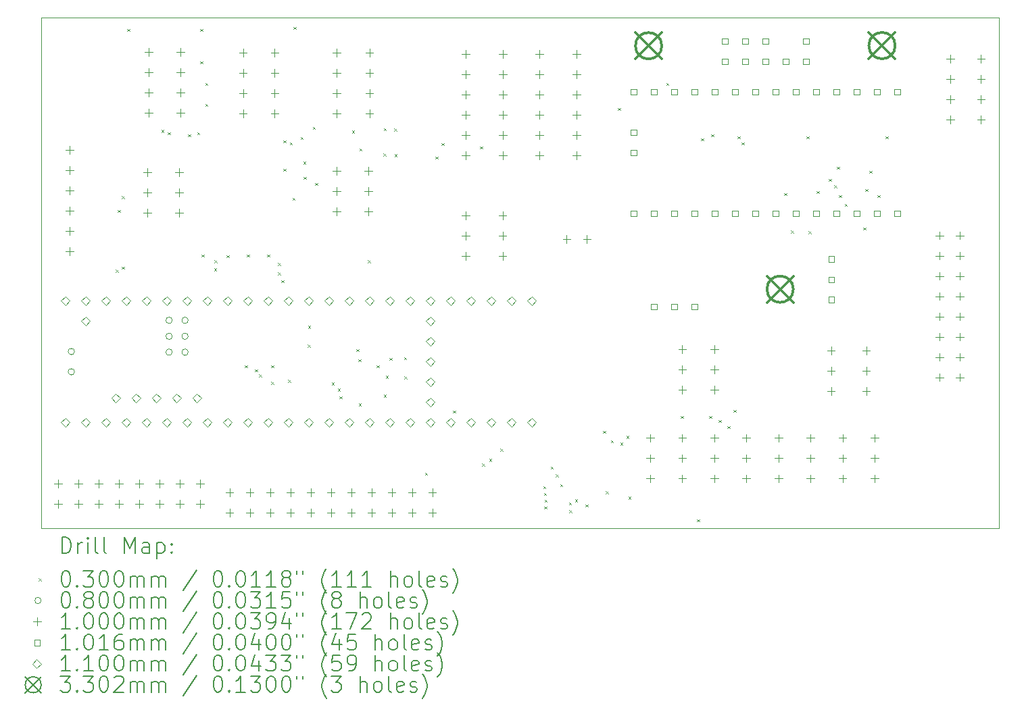
<source format=gbr>
%TF.GenerationSoftware,KiCad,Pcbnew,8.0.3*%
%TF.CreationDate,2024-07-14T18:55:31-07:00*%
%TF.ProjectId,robosub_teensy,726f626f-7375-4625-9f74-65656e73792e,rev?*%
%TF.SameCoordinates,Original*%
%TF.FileFunction,Drillmap*%
%TF.FilePolarity,Positive*%
%FSLAX45Y45*%
G04 Gerber Fmt 4.5, Leading zero omitted, Abs format (unit mm)*
G04 Created by KiCad (PCBNEW 8.0.3) date 2024-07-14 18:55:31*
%MOMM*%
%LPD*%
G01*
G04 APERTURE LIST*
%ADD10C,0.050000*%
%ADD11C,0.200000*%
%ADD12C,0.100000*%
%ADD13C,0.101600*%
%ADD14C,0.110000*%
%ADD15C,0.330200*%
G04 APERTURE END LIST*
D10*
X12805000Y-15692500D02*
X24805000Y-15692500D01*
X24805000Y-22095000D01*
X12805000Y-22095000D01*
X12805000Y-15692500D01*
D11*
D12*
X13738116Y-18854496D02*
X13768116Y-18884496D01*
X13768116Y-18854496D02*
X13738116Y-18884496D01*
X13762000Y-18104000D02*
X13792000Y-18134000D01*
X13792000Y-18104000D02*
X13762000Y-18134000D01*
X13813800Y-17931083D02*
X13843800Y-17961083D01*
X13843800Y-17931083D02*
X13813800Y-17961083D01*
X13813800Y-18815805D02*
X13843800Y-18845805D01*
X13843800Y-18815805D02*
X13813800Y-18845805D01*
X13878800Y-15834600D02*
X13908800Y-15864600D01*
X13908800Y-15834600D02*
X13878800Y-15864600D01*
X14307000Y-17102000D02*
X14337000Y-17132000D01*
X14337000Y-17102000D02*
X14307000Y-17132000D01*
X14386800Y-17130000D02*
X14416800Y-17160000D01*
X14416800Y-17130000D02*
X14386800Y-17160000D01*
X14640800Y-17155400D02*
X14670800Y-17185400D01*
X14670800Y-17155400D02*
X14640800Y-17185400D01*
X14757062Y-17131062D02*
X14787062Y-17161062D01*
X14787062Y-17131062D02*
X14757062Y-17161062D01*
X14793200Y-15834600D02*
X14823200Y-15864600D01*
X14823200Y-15834600D02*
X14793200Y-15864600D01*
X14793200Y-16241000D02*
X14823200Y-16271000D01*
X14823200Y-16241000D02*
X14793200Y-16271000D01*
X14810000Y-18665000D02*
X14840000Y-18695000D01*
X14840000Y-18665000D02*
X14810000Y-18695000D01*
X14858200Y-16512000D02*
X14888200Y-16542000D01*
X14888200Y-16512000D02*
X14858200Y-16542000D01*
X14858200Y-16777158D02*
X14888200Y-16807158D01*
X14888200Y-16777158D02*
X14858200Y-16807158D01*
X14968000Y-18837000D02*
X14998000Y-18867000D01*
X14998000Y-18837000D02*
X14968000Y-18867000D01*
X14971000Y-18737000D02*
X15001000Y-18767000D01*
X15001000Y-18737000D02*
X14971000Y-18767000D01*
X15124500Y-18673000D02*
X15154500Y-18703000D01*
X15154500Y-18673000D02*
X15124500Y-18703000D01*
X15352000Y-20051000D02*
X15382000Y-20081000D01*
X15382000Y-20051000D02*
X15352000Y-20081000D01*
X15378500Y-18663000D02*
X15408500Y-18693000D01*
X15408500Y-18663000D02*
X15378500Y-18693000D01*
X15479000Y-20101800D02*
X15509000Y-20131800D01*
X15509000Y-20101800D02*
X15479000Y-20131800D01*
X15531751Y-20166367D02*
X15561751Y-20196367D01*
X15561751Y-20166367D02*
X15531751Y-20196367D01*
X15632500Y-18665000D02*
X15662500Y-18695000D01*
X15662500Y-18665000D02*
X15632500Y-18695000D01*
X15682200Y-20051000D02*
X15712200Y-20081000D01*
X15712200Y-20051000D02*
X15682200Y-20081000D01*
X15685993Y-20261000D02*
X15715993Y-20291000D01*
X15715993Y-20261000D02*
X15685993Y-20291000D01*
X15769600Y-18768615D02*
X15799600Y-18798615D01*
X15799600Y-18768615D02*
X15769600Y-18798615D01*
X15769600Y-18887559D02*
X15799600Y-18917559D01*
X15799600Y-18887559D02*
X15769600Y-18917559D01*
X15809200Y-18984200D02*
X15839200Y-19014200D01*
X15839200Y-18984200D02*
X15809200Y-19014200D01*
X15834600Y-17231600D02*
X15864600Y-17261600D01*
X15864600Y-17231600D02*
X15834600Y-17261600D01*
X15834600Y-17587200D02*
X15864600Y-17617200D01*
X15864600Y-17587200D02*
X15834600Y-17617200D01*
X15895762Y-20236000D02*
X15925762Y-20266000D01*
X15925762Y-20236000D02*
X15895762Y-20266000D01*
X15915087Y-17258929D02*
X15945087Y-17288929D01*
X15945087Y-17258929D02*
X15915087Y-17288929D01*
X15950000Y-17954000D02*
X15980000Y-17984000D01*
X15980000Y-17954000D02*
X15950000Y-17984000D01*
X15961600Y-15809200D02*
X15991600Y-15839200D01*
X15991600Y-15809200D02*
X15961600Y-15839200D01*
X16052000Y-17189000D02*
X16082000Y-17219000D01*
X16082000Y-17189000D02*
X16052000Y-17219000D01*
X16084754Y-17497754D02*
X16114754Y-17527754D01*
X16114754Y-17497754D02*
X16084754Y-17527754D01*
X16092690Y-17688605D02*
X16122690Y-17718605D01*
X16122690Y-17688605D02*
X16092690Y-17718605D01*
X16141000Y-19793000D02*
X16171000Y-19823000D01*
X16171000Y-19793000D02*
X16141000Y-19823000D01*
X16144000Y-19557000D02*
X16174000Y-19587000D01*
X16174000Y-19557000D02*
X16144000Y-19587000D01*
X16205000Y-17064000D02*
X16235000Y-17094000D01*
X16235000Y-17064000D02*
X16205000Y-17094000D01*
X16233000Y-17766000D02*
X16263000Y-17796000D01*
X16263000Y-17766000D02*
X16233000Y-17796000D01*
X16440354Y-20266078D02*
X16470354Y-20296078D01*
X16470354Y-20266078D02*
X16440354Y-20296078D01*
X16517138Y-20342862D02*
X16547138Y-20372862D01*
X16547138Y-20342862D02*
X16517138Y-20372862D01*
X16539000Y-20441000D02*
X16569000Y-20471000D01*
X16569000Y-20441000D02*
X16539000Y-20471000D01*
X16694000Y-17109000D02*
X16724000Y-17139000D01*
X16724000Y-17109000D02*
X16694000Y-17139000D01*
X16749000Y-19847800D02*
X16779000Y-19877800D01*
X16779000Y-19847800D02*
X16749000Y-19877800D01*
X16774400Y-19974800D02*
X16804400Y-20004800D01*
X16804400Y-19974800D02*
X16774400Y-20004800D01*
X16782000Y-20533000D02*
X16812000Y-20563000D01*
X16812000Y-20533000D02*
X16782000Y-20563000D01*
X16789038Y-17336000D02*
X16819038Y-17366000D01*
X16819038Y-17336000D02*
X16789038Y-17366000D01*
X16895000Y-18735000D02*
X16925000Y-18765000D01*
X16925000Y-18735000D02*
X16895000Y-18765000D01*
X17003000Y-20051000D02*
X17033000Y-20081000D01*
X17033000Y-20051000D02*
X17003000Y-20081000D01*
X17088000Y-17397000D02*
X17118000Y-17427000D01*
X17118000Y-17397000D02*
X17088000Y-17427000D01*
X17093000Y-17079000D02*
X17123000Y-17109000D01*
X17123000Y-17079000D02*
X17093000Y-17109000D01*
X17093000Y-20421000D02*
X17123000Y-20451000D01*
X17123000Y-20421000D02*
X17093000Y-20451000D01*
X17121000Y-20183000D02*
X17151000Y-20213000D01*
X17151000Y-20183000D02*
X17121000Y-20213000D01*
X17166000Y-19959000D02*
X17196000Y-19989000D01*
X17196000Y-19959000D02*
X17166000Y-19989000D01*
X17227000Y-17085000D02*
X17257000Y-17115000D01*
X17257000Y-17085000D02*
X17227000Y-17115000D01*
X17230000Y-17406000D02*
X17260000Y-17436000D01*
X17260000Y-17406000D02*
X17230000Y-17436000D01*
X17348000Y-19952000D02*
X17378000Y-19982000D01*
X17378000Y-19952000D02*
X17348000Y-19982000D01*
X17352000Y-20190000D02*
X17382000Y-20220000D01*
X17382000Y-20190000D02*
X17352000Y-20220000D01*
X17610000Y-21398000D02*
X17640000Y-21428000D01*
X17640000Y-21398000D02*
X17610000Y-21428000D01*
X17739600Y-17434800D02*
X17769600Y-17464800D01*
X17769600Y-17434800D02*
X17739600Y-17464800D01*
X17816731Y-17265745D02*
X17846731Y-17295745D01*
X17846731Y-17265745D02*
X17816731Y-17295745D01*
X17961838Y-20619162D02*
X17991838Y-20649162D01*
X17991838Y-20619162D02*
X17961838Y-20649162D01*
X18298400Y-17307800D02*
X18328400Y-17337800D01*
X18328400Y-17307800D02*
X18298400Y-17337800D01*
X18327000Y-21283000D02*
X18357000Y-21313000D01*
X18357000Y-21283000D02*
X18327000Y-21313000D01*
X18415000Y-21223000D02*
X18445000Y-21253000D01*
X18445000Y-21223000D02*
X18415000Y-21253000D01*
X18554000Y-21098000D02*
X18584000Y-21128000D01*
X18584000Y-21098000D02*
X18554000Y-21128000D01*
X19093000Y-21569000D02*
X19123000Y-21599000D01*
X19123000Y-21569000D02*
X19093000Y-21599000D01*
X19099864Y-21653723D02*
X19129864Y-21683723D01*
X19129864Y-21653723D02*
X19099864Y-21683723D01*
X19105377Y-21823203D02*
X19135377Y-21853203D01*
X19135377Y-21823203D02*
X19105377Y-21853203D01*
X19108666Y-21738266D02*
X19138666Y-21768266D01*
X19138666Y-21738266D02*
X19108666Y-21768266D01*
X19184000Y-21322000D02*
X19214000Y-21352000D01*
X19214000Y-21322000D02*
X19184000Y-21352000D01*
X19248000Y-21418000D02*
X19278000Y-21448000D01*
X19278000Y-21418000D02*
X19248000Y-21448000D01*
X19303000Y-21542000D02*
X19333000Y-21572000D01*
X19333000Y-21542000D02*
X19303000Y-21572000D01*
X19415225Y-21770694D02*
X19445225Y-21800694D01*
X19445225Y-21770694D02*
X19415225Y-21800694D01*
X19419213Y-21866605D02*
X19449213Y-21896605D01*
X19449213Y-21866605D02*
X19419213Y-21896605D01*
X19490254Y-21730746D02*
X19520254Y-21760746D01*
X19520254Y-21730746D02*
X19490254Y-21760746D01*
X19620622Y-21795546D02*
X19650622Y-21825546D01*
X19650622Y-21795546D02*
X19620622Y-21825546D01*
X19839000Y-20873000D02*
X19869000Y-20903000D01*
X19869000Y-20873000D02*
X19839000Y-20903000D01*
X19876000Y-21633000D02*
X19906000Y-21663000D01*
X19906000Y-21633000D02*
X19876000Y-21663000D01*
X19940000Y-20992000D02*
X19970000Y-21022000D01*
X19970000Y-20992000D02*
X19940000Y-21022000D01*
X20025600Y-16825200D02*
X20055600Y-16855200D01*
X20055600Y-16825200D02*
X20025600Y-16855200D01*
X20057000Y-21024000D02*
X20087000Y-21054000D01*
X20087000Y-21024000D02*
X20057000Y-21054000D01*
X20133000Y-20938000D02*
X20163000Y-20968000D01*
X20163000Y-20938000D02*
X20133000Y-20968000D01*
X20160000Y-21698000D02*
X20190000Y-21728000D01*
X20190000Y-21698000D02*
X20160000Y-21728000D01*
X20633074Y-16513000D02*
X20663074Y-16543000D01*
X20663074Y-16513000D02*
X20633074Y-16543000D01*
X20813000Y-20686000D02*
X20843000Y-20716000D01*
X20843000Y-20686000D02*
X20813000Y-20716000D01*
X21016565Y-21984000D02*
X21046565Y-22014000D01*
X21046565Y-21984000D02*
X21016565Y-22014000D01*
X21067000Y-17206200D02*
X21097000Y-17236200D01*
X21097000Y-17206200D02*
X21067000Y-17236200D01*
X21168600Y-20686000D02*
X21198600Y-20716000D01*
X21198600Y-20686000D02*
X21168600Y-20716000D01*
X21194000Y-17155400D02*
X21224000Y-17185400D01*
X21224000Y-17155400D02*
X21194000Y-17185400D01*
X21287906Y-20738446D02*
X21317906Y-20768446D01*
X21317906Y-20738446D02*
X21287906Y-20768446D01*
X21397200Y-20813000D02*
X21427200Y-20843000D01*
X21427200Y-20813000D02*
X21397200Y-20843000D01*
X21473400Y-20609800D02*
X21503400Y-20639800D01*
X21503400Y-20609800D02*
X21473400Y-20639800D01*
X21524200Y-17180800D02*
X21554200Y-17210800D01*
X21554200Y-17180800D02*
X21524200Y-17210800D01*
X21575000Y-17257000D02*
X21605000Y-17287000D01*
X21605000Y-17257000D02*
X21575000Y-17287000D01*
X22108400Y-17892000D02*
X22138400Y-17922000D01*
X22138400Y-17892000D02*
X22108400Y-17922000D01*
X22195800Y-18362062D02*
X22225800Y-18392062D01*
X22225800Y-18362062D02*
X22195800Y-18392062D01*
X22387800Y-17180800D02*
X22417800Y-17210800D01*
X22417800Y-17180800D02*
X22387800Y-17210800D01*
X22413200Y-18371200D02*
X22443200Y-18401200D01*
X22443200Y-18371200D02*
X22413200Y-18401200D01*
X22514800Y-17866600D02*
X22544800Y-17896600D01*
X22544800Y-17866600D02*
X22514800Y-17896600D01*
X22667200Y-17714200D02*
X22697200Y-17744200D01*
X22697200Y-17714200D02*
X22667200Y-17744200D01*
X22735538Y-17798262D02*
X22765538Y-17828262D01*
X22765538Y-17798262D02*
X22735538Y-17828262D01*
X22768800Y-17561800D02*
X22798800Y-17591800D01*
X22798800Y-17561800D02*
X22768800Y-17591800D01*
X22797988Y-17917281D02*
X22827988Y-17947281D01*
X22827988Y-17917281D02*
X22797988Y-17947281D01*
X22868226Y-18026920D02*
X22898226Y-18056920D01*
X22898226Y-18026920D02*
X22868226Y-18056920D01*
X23099000Y-18323800D02*
X23129000Y-18353800D01*
X23129000Y-18323800D02*
X23099000Y-18353800D01*
X23124400Y-17841200D02*
X23154400Y-17871200D01*
X23154400Y-17841200D02*
X23124400Y-17871200D01*
X23175200Y-17612600D02*
X23205200Y-17642600D01*
X23205200Y-17612600D02*
X23175200Y-17642600D01*
X23276800Y-17917400D02*
X23306800Y-17947400D01*
X23306800Y-17917400D02*
X23276800Y-17947400D01*
X23378400Y-17180800D02*
X23408400Y-17210800D01*
X23408400Y-17180800D02*
X23378400Y-17210800D01*
X13220500Y-19880000D02*
G75*
G02*
X13140500Y-19880000I-40000J0D01*
G01*
X13140500Y-19880000D02*
G75*
G02*
X13220500Y-19880000I40000J0D01*
G01*
X13220500Y-20134000D02*
G75*
G02*
X13140500Y-20134000I-40000J0D01*
G01*
X13140500Y-20134000D02*
G75*
G02*
X13220500Y-20134000I40000J0D01*
G01*
X14444500Y-19488840D02*
G75*
G02*
X14364500Y-19488840I-40000J0D01*
G01*
X14364500Y-19488840D02*
G75*
G02*
X14444500Y-19488840I40000J0D01*
G01*
X14444500Y-19688840D02*
G75*
G02*
X14364500Y-19688840I-40000J0D01*
G01*
X14364500Y-19688840D02*
G75*
G02*
X14444500Y-19688840I40000J0D01*
G01*
X14444500Y-19888840D02*
G75*
G02*
X14364500Y-19888840I-40000J0D01*
G01*
X14364500Y-19888840D02*
G75*
G02*
X14444500Y-19888840I40000J0D01*
G01*
X14644500Y-19488840D02*
G75*
G02*
X14564500Y-19488840I-40000J0D01*
G01*
X14564500Y-19488840D02*
G75*
G02*
X14644500Y-19488840I40000J0D01*
G01*
X14644500Y-19688840D02*
G75*
G02*
X14564500Y-19688840I-40000J0D01*
G01*
X14564500Y-19688840D02*
G75*
G02*
X14644500Y-19688840I40000J0D01*
G01*
X14644500Y-19888840D02*
G75*
G02*
X14564500Y-19888840I-40000J0D01*
G01*
X14564500Y-19888840D02*
G75*
G02*
X14644500Y-19888840I40000J0D01*
G01*
X13012000Y-21489200D02*
X13012000Y-21589200D01*
X12962000Y-21539200D02*
X13062000Y-21539200D01*
X13012000Y-21743200D02*
X13012000Y-21843200D01*
X12962000Y-21793200D02*
X13062000Y-21793200D01*
X13160000Y-17306000D02*
X13160000Y-17406000D01*
X13110000Y-17356000D02*
X13210000Y-17356000D01*
X13160000Y-17560000D02*
X13160000Y-17660000D01*
X13110000Y-17610000D02*
X13210000Y-17610000D01*
X13160000Y-17814000D02*
X13160000Y-17914000D01*
X13110000Y-17864000D02*
X13210000Y-17864000D01*
X13160000Y-18068000D02*
X13160000Y-18168000D01*
X13110000Y-18118000D02*
X13210000Y-18118000D01*
X13160000Y-18322000D02*
X13160000Y-18422000D01*
X13110000Y-18372000D02*
X13210000Y-18372000D01*
X13160000Y-18576000D02*
X13160000Y-18676000D01*
X13110000Y-18626000D02*
X13210000Y-18626000D01*
X13266000Y-21489200D02*
X13266000Y-21589200D01*
X13216000Y-21539200D02*
X13316000Y-21539200D01*
X13266000Y-21743200D02*
X13266000Y-21843200D01*
X13216000Y-21793200D02*
X13316000Y-21793200D01*
X13520000Y-21489200D02*
X13520000Y-21589200D01*
X13470000Y-21539200D02*
X13570000Y-21539200D01*
X13520000Y-21743200D02*
X13520000Y-21843200D01*
X13470000Y-21793200D02*
X13570000Y-21793200D01*
X13774000Y-21489200D02*
X13774000Y-21589200D01*
X13724000Y-21539200D02*
X13824000Y-21539200D01*
X13774000Y-21743200D02*
X13774000Y-21843200D01*
X13724000Y-21793200D02*
X13824000Y-21793200D01*
X14028000Y-21489200D02*
X14028000Y-21589200D01*
X13978000Y-21539200D02*
X14078000Y-21539200D01*
X14028000Y-21743200D02*
X14028000Y-21843200D01*
X13978000Y-21793200D02*
X14078000Y-21793200D01*
X14133000Y-17583500D02*
X14133000Y-17683500D01*
X14083000Y-17633500D02*
X14183000Y-17633500D01*
X14133000Y-17837500D02*
X14133000Y-17937500D01*
X14083000Y-17887500D02*
X14183000Y-17887500D01*
X14133000Y-18091500D02*
X14133000Y-18191500D01*
X14083000Y-18141500D02*
X14183000Y-18141500D01*
X14148500Y-16073000D02*
X14148500Y-16173000D01*
X14098500Y-16123000D02*
X14198500Y-16123000D01*
X14148500Y-16327000D02*
X14148500Y-16427000D01*
X14098500Y-16377000D02*
X14198500Y-16377000D01*
X14148500Y-16581000D02*
X14148500Y-16681000D01*
X14098500Y-16631000D02*
X14198500Y-16631000D01*
X14148500Y-16835000D02*
X14148500Y-16935000D01*
X14098500Y-16885000D02*
X14198500Y-16885000D01*
X14282000Y-21489200D02*
X14282000Y-21589200D01*
X14232000Y-21539200D02*
X14332000Y-21539200D01*
X14282000Y-21743200D02*
X14282000Y-21843200D01*
X14232000Y-21793200D02*
X14332000Y-21793200D01*
X14532000Y-17583500D02*
X14532000Y-17683500D01*
X14482000Y-17633500D02*
X14582000Y-17633500D01*
X14532000Y-17837500D02*
X14532000Y-17937500D01*
X14482000Y-17887500D02*
X14582000Y-17887500D01*
X14532000Y-18091500D02*
X14532000Y-18191500D01*
X14482000Y-18141500D02*
X14582000Y-18141500D01*
X14536000Y-21489200D02*
X14536000Y-21589200D01*
X14486000Y-21539200D02*
X14586000Y-21539200D01*
X14536000Y-21743200D02*
X14536000Y-21843200D01*
X14486000Y-21793200D02*
X14586000Y-21793200D01*
X14545500Y-16077000D02*
X14545500Y-16177000D01*
X14495500Y-16127000D02*
X14595500Y-16127000D01*
X14545500Y-16331000D02*
X14545500Y-16431000D01*
X14495500Y-16381000D02*
X14595500Y-16381000D01*
X14545500Y-16585000D02*
X14545500Y-16685000D01*
X14495500Y-16635000D02*
X14595500Y-16635000D01*
X14545500Y-16839000D02*
X14545500Y-16939000D01*
X14495500Y-16889000D02*
X14595500Y-16889000D01*
X14790000Y-21489200D02*
X14790000Y-21589200D01*
X14740000Y-21539200D02*
X14840000Y-21539200D01*
X14790000Y-21743200D02*
X14790000Y-21843200D01*
X14740000Y-21793200D02*
X14840000Y-21793200D01*
X15162000Y-21593000D02*
X15162000Y-21693000D01*
X15112000Y-21643000D02*
X15212000Y-21643000D01*
X15162000Y-21847000D02*
X15162000Y-21947000D01*
X15112000Y-21897000D02*
X15212000Y-21897000D01*
X15331000Y-16087000D02*
X15331000Y-16187000D01*
X15281000Y-16137000D02*
X15381000Y-16137000D01*
X15331000Y-16341000D02*
X15331000Y-16441000D01*
X15281000Y-16391000D02*
X15381000Y-16391000D01*
X15331000Y-16595000D02*
X15331000Y-16695000D01*
X15281000Y-16645000D02*
X15381000Y-16645000D01*
X15331000Y-16849000D02*
X15331000Y-16949000D01*
X15281000Y-16899000D02*
X15381000Y-16899000D01*
X15416000Y-21593000D02*
X15416000Y-21693000D01*
X15366000Y-21643000D02*
X15466000Y-21643000D01*
X15416000Y-21847000D02*
X15416000Y-21947000D01*
X15366000Y-21897000D02*
X15466000Y-21897000D01*
X15670000Y-21593000D02*
X15670000Y-21693000D01*
X15620000Y-21643000D02*
X15720000Y-21643000D01*
X15670000Y-21847000D02*
X15670000Y-21947000D01*
X15620000Y-21897000D02*
X15720000Y-21897000D01*
X15728500Y-16086000D02*
X15728500Y-16186000D01*
X15678500Y-16136000D02*
X15778500Y-16136000D01*
X15728500Y-16340000D02*
X15728500Y-16440000D01*
X15678500Y-16390000D02*
X15778500Y-16390000D01*
X15728500Y-16594000D02*
X15728500Y-16694000D01*
X15678500Y-16644000D02*
X15778500Y-16644000D01*
X15728500Y-16848000D02*
X15728500Y-16948000D01*
X15678500Y-16898000D02*
X15778500Y-16898000D01*
X15924000Y-21593000D02*
X15924000Y-21693000D01*
X15874000Y-21643000D02*
X15974000Y-21643000D01*
X15924000Y-21847000D02*
X15924000Y-21947000D01*
X15874000Y-21897000D02*
X15974000Y-21897000D01*
X16178000Y-21593000D02*
X16178000Y-21693000D01*
X16128000Y-21643000D02*
X16228000Y-21643000D01*
X16178000Y-21847000D02*
X16178000Y-21947000D01*
X16128000Y-21897000D02*
X16228000Y-21897000D01*
X16432000Y-21593000D02*
X16432000Y-21693000D01*
X16382000Y-21643000D02*
X16482000Y-21643000D01*
X16432000Y-21847000D02*
X16432000Y-21947000D01*
X16382000Y-21897000D02*
X16482000Y-21897000D01*
X16506500Y-16081500D02*
X16506500Y-16181500D01*
X16456500Y-16131500D02*
X16556500Y-16131500D01*
X16506500Y-16335500D02*
X16506500Y-16435500D01*
X16456500Y-16385500D02*
X16556500Y-16385500D01*
X16506500Y-16589500D02*
X16506500Y-16689500D01*
X16456500Y-16639500D02*
X16556500Y-16639500D01*
X16506500Y-16843500D02*
X16506500Y-16943500D01*
X16456500Y-16893500D02*
X16556500Y-16893500D01*
X16506500Y-17566500D02*
X16506500Y-17666500D01*
X16456500Y-17616500D02*
X16556500Y-17616500D01*
X16506500Y-17820500D02*
X16506500Y-17920500D01*
X16456500Y-17870500D02*
X16556500Y-17870500D01*
X16506500Y-18074500D02*
X16506500Y-18174500D01*
X16456500Y-18124500D02*
X16556500Y-18124500D01*
X16686000Y-21593000D02*
X16686000Y-21693000D01*
X16636000Y-21643000D02*
X16736000Y-21643000D01*
X16686000Y-21847000D02*
X16686000Y-21947000D01*
X16636000Y-21897000D02*
X16736000Y-21897000D01*
X16900500Y-17566500D02*
X16900500Y-17666500D01*
X16850500Y-17616500D02*
X16950500Y-17616500D01*
X16900500Y-17820500D02*
X16900500Y-17920500D01*
X16850500Y-17870500D02*
X16950500Y-17870500D01*
X16900500Y-18074500D02*
X16900500Y-18174500D01*
X16850500Y-18124500D02*
X16950500Y-18124500D01*
X16914500Y-16081500D02*
X16914500Y-16181500D01*
X16864500Y-16131500D02*
X16964500Y-16131500D01*
X16914500Y-16335500D02*
X16914500Y-16435500D01*
X16864500Y-16385500D02*
X16964500Y-16385500D01*
X16914500Y-16589500D02*
X16914500Y-16689500D01*
X16864500Y-16639500D02*
X16964500Y-16639500D01*
X16914500Y-16843500D02*
X16914500Y-16943500D01*
X16864500Y-16893500D02*
X16964500Y-16893500D01*
X16940000Y-21593000D02*
X16940000Y-21693000D01*
X16890000Y-21643000D02*
X16990000Y-21643000D01*
X16940000Y-21847000D02*
X16940000Y-21947000D01*
X16890000Y-21897000D02*
X16990000Y-21897000D01*
X17194000Y-21593000D02*
X17194000Y-21693000D01*
X17144000Y-21643000D02*
X17244000Y-21643000D01*
X17194000Y-21847000D02*
X17194000Y-21947000D01*
X17144000Y-21897000D02*
X17244000Y-21897000D01*
X17448000Y-21593000D02*
X17448000Y-21693000D01*
X17398000Y-21643000D02*
X17498000Y-21643000D01*
X17448000Y-21847000D02*
X17448000Y-21947000D01*
X17398000Y-21897000D02*
X17498000Y-21897000D01*
X17702000Y-21593000D02*
X17702000Y-21693000D01*
X17652000Y-21643000D02*
X17752000Y-21643000D01*
X17702000Y-21847000D02*
X17702000Y-21947000D01*
X17652000Y-21897000D02*
X17752000Y-21897000D01*
X18120000Y-16102500D02*
X18120000Y-16202500D01*
X18070000Y-16152500D02*
X18170000Y-16152500D01*
X18120000Y-16356500D02*
X18120000Y-16456500D01*
X18070000Y-16406500D02*
X18170000Y-16406500D01*
X18120000Y-16610500D02*
X18120000Y-16710500D01*
X18070000Y-16660500D02*
X18170000Y-16660500D01*
X18120000Y-16864500D02*
X18120000Y-16964500D01*
X18070000Y-16914500D02*
X18170000Y-16914500D01*
X18120000Y-17118500D02*
X18120000Y-17218500D01*
X18070000Y-17168500D02*
X18170000Y-17168500D01*
X18120000Y-17372500D02*
X18120000Y-17472500D01*
X18070000Y-17422500D02*
X18170000Y-17422500D01*
X18122500Y-18127500D02*
X18122500Y-18227500D01*
X18072500Y-18177500D02*
X18172500Y-18177500D01*
X18122500Y-18381500D02*
X18122500Y-18481500D01*
X18072500Y-18431500D02*
X18172500Y-18431500D01*
X18122500Y-18635500D02*
X18122500Y-18735500D01*
X18072500Y-18685500D02*
X18172500Y-18685500D01*
X18582500Y-18127500D02*
X18582500Y-18227500D01*
X18532500Y-18177500D02*
X18632500Y-18177500D01*
X18582500Y-18381500D02*
X18582500Y-18481500D01*
X18532500Y-18431500D02*
X18632500Y-18431500D01*
X18582500Y-18635500D02*
X18582500Y-18735500D01*
X18532500Y-18685500D02*
X18632500Y-18685500D01*
X18583333Y-16102500D02*
X18583333Y-16202500D01*
X18533333Y-16152500D02*
X18633333Y-16152500D01*
X18583333Y-16356500D02*
X18583333Y-16456500D01*
X18533333Y-16406500D02*
X18633333Y-16406500D01*
X18583333Y-16610500D02*
X18583333Y-16710500D01*
X18533333Y-16660500D02*
X18633333Y-16660500D01*
X18583333Y-16864500D02*
X18583333Y-16964500D01*
X18533333Y-16914500D02*
X18633333Y-16914500D01*
X18583333Y-17118500D02*
X18583333Y-17218500D01*
X18533333Y-17168500D02*
X18633333Y-17168500D01*
X18583333Y-17372500D02*
X18583333Y-17472500D01*
X18533333Y-17422500D02*
X18633333Y-17422500D01*
X19046667Y-16102500D02*
X19046667Y-16202500D01*
X18996667Y-16152500D02*
X19096667Y-16152500D01*
X19046667Y-16356500D02*
X19046667Y-16456500D01*
X18996667Y-16406500D02*
X19096667Y-16406500D01*
X19046667Y-16610500D02*
X19046667Y-16710500D01*
X18996667Y-16660500D02*
X19096667Y-16660500D01*
X19046667Y-16864500D02*
X19046667Y-16964500D01*
X18996667Y-16914500D02*
X19096667Y-16914500D01*
X19046667Y-17118500D02*
X19046667Y-17218500D01*
X18996667Y-17168500D02*
X19096667Y-17168500D01*
X19046667Y-17372500D02*
X19046667Y-17472500D01*
X18996667Y-17422500D02*
X19096667Y-17422500D01*
X19386000Y-18424500D02*
X19386000Y-18524500D01*
X19336000Y-18474500D02*
X19436000Y-18474500D01*
X19510000Y-16102500D02*
X19510000Y-16202500D01*
X19460000Y-16152500D02*
X19560000Y-16152500D01*
X19510000Y-16356500D02*
X19510000Y-16456500D01*
X19460000Y-16406500D02*
X19560000Y-16406500D01*
X19510000Y-16610500D02*
X19510000Y-16710500D01*
X19460000Y-16660500D02*
X19560000Y-16660500D01*
X19510000Y-16864500D02*
X19510000Y-16964500D01*
X19460000Y-16914500D02*
X19560000Y-16914500D01*
X19510000Y-17118500D02*
X19510000Y-17218500D01*
X19460000Y-17168500D02*
X19560000Y-17168500D01*
X19510000Y-17372500D02*
X19510000Y-17472500D01*
X19460000Y-17422500D02*
X19560000Y-17422500D01*
X19640000Y-18424500D02*
X19640000Y-18524500D01*
X19590000Y-18474500D02*
X19690000Y-18474500D01*
X20432143Y-20914500D02*
X20432143Y-21014500D01*
X20382143Y-20964500D02*
X20482143Y-20964500D01*
X20432143Y-21168500D02*
X20432143Y-21268500D01*
X20382143Y-21218500D02*
X20482143Y-21218500D01*
X20432143Y-21422500D02*
X20432143Y-21522500D01*
X20382143Y-21472500D02*
X20482143Y-21472500D01*
X20833622Y-19799500D02*
X20833622Y-19899500D01*
X20783622Y-19849500D02*
X20883622Y-19849500D01*
X20833622Y-20053500D02*
X20833622Y-20153500D01*
X20783622Y-20103500D02*
X20883622Y-20103500D01*
X20833622Y-20307500D02*
X20833622Y-20407500D01*
X20783622Y-20357500D02*
X20883622Y-20357500D01*
X20833622Y-20914500D02*
X20833622Y-21014500D01*
X20783622Y-20964500D02*
X20883622Y-20964500D01*
X20833622Y-21168500D02*
X20833622Y-21268500D01*
X20783622Y-21218500D02*
X20883622Y-21218500D01*
X20833622Y-21422500D02*
X20833622Y-21522500D01*
X20783622Y-21472500D02*
X20883622Y-21472500D01*
X21235102Y-19799500D02*
X21235102Y-19899500D01*
X21185102Y-19849500D02*
X21285102Y-19849500D01*
X21235102Y-20053500D02*
X21235102Y-20153500D01*
X21185102Y-20103500D02*
X21285102Y-20103500D01*
X21235102Y-20307500D02*
X21235102Y-20407500D01*
X21185102Y-20357500D02*
X21285102Y-20357500D01*
X21235102Y-20914500D02*
X21235102Y-21014500D01*
X21185102Y-20964500D02*
X21285102Y-20964500D01*
X21235102Y-21168500D02*
X21235102Y-21268500D01*
X21185102Y-21218500D02*
X21285102Y-21218500D01*
X21235102Y-21422500D02*
X21235102Y-21522500D01*
X21185102Y-21472500D02*
X21285102Y-21472500D01*
X21636582Y-20914500D02*
X21636582Y-21014500D01*
X21586582Y-20964500D02*
X21686582Y-20964500D01*
X21636582Y-21168500D02*
X21636582Y-21268500D01*
X21586582Y-21218500D02*
X21686582Y-21218500D01*
X21636582Y-21422500D02*
X21636582Y-21522500D01*
X21586582Y-21472500D02*
X21686582Y-21472500D01*
X22038061Y-20914500D02*
X22038061Y-21014500D01*
X21988061Y-20964500D02*
X22088061Y-20964500D01*
X22038061Y-21168500D02*
X22038061Y-21268500D01*
X21988061Y-21218500D02*
X22088061Y-21218500D01*
X22038061Y-21422500D02*
X22038061Y-21522500D01*
X21988061Y-21472500D02*
X22088061Y-21472500D01*
X22439541Y-20914500D02*
X22439541Y-21014500D01*
X22389541Y-20964500D02*
X22489541Y-20964500D01*
X22439541Y-21168500D02*
X22439541Y-21268500D01*
X22389541Y-21218500D02*
X22489541Y-21218500D01*
X22439541Y-21422500D02*
X22439541Y-21522500D01*
X22389541Y-21472500D02*
X22489541Y-21472500D01*
X22697500Y-19818000D02*
X22697500Y-19918000D01*
X22647500Y-19868000D02*
X22747500Y-19868000D01*
X22697500Y-20072000D02*
X22697500Y-20172000D01*
X22647500Y-20122000D02*
X22747500Y-20122000D01*
X22697500Y-20326000D02*
X22697500Y-20426000D01*
X22647500Y-20376000D02*
X22747500Y-20376000D01*
X22841020Y-20914500D02*
X22841020Y-21014500D01*
X22791020Y-20964500D02*
X22891020Y-20964500D01*
X22841020Y-21168500D02*
X22841020Y-21268500D01*
X22791020Y-21218500D02*
X22891020Y-21218500D01*
X22841020Y-21422500D02*
X22841020Y-21522500D01*
X22791020Y-21472500D02*
X22891020Y-21472500D01*
X23137500Y-19818000D02*
X23137500Y-19918000D01*
X23087500Y-19868000D02*
X23187500Y-19868000D01*
X23137500Y-20072000D02*
X23137500Y-20172000D01*
X23087500Y-20122000D02*
X23187500Y-20122000D01*
X23137500Y-20326000D02*
X23137500Y-20426000D01*
X23087500Y-20376000D02*
X23187500Y-20376000D01*
X23242500Y-20914500D02*
X23242500Y-21014500D01*
X23192500Y-20964500D02*
X23292500Y-20964500D01*
X23242500Y-21168500D02*
X23242500Y-21268500D01*
X23192500Y-21218500D02*
X23292500Y-21218500D01*
X23242500Y-21422500D02*
X23242500Y-21522500D01*
X23192500Y-21472500D02*
X23292500Y-21472500D01*
X24056000Y-18375500D02*
X24056000Y-18475500D01*
X24006000Y-18425500D02*
X24106000Y-18425500D01*
X24056000Y-18629500D02*
X24056000Y-18729500D01*
X24006000Y-18679500D02*
X24106000Y-18679500D01*
X24056000Y-18883500D02*
X24056000Y-18983500D01*
X24006000Y-18933500D02*
X24106000Y-18933500D01*
X24056000Y-19137500D02*
X24056000Y-19237500D01*
X24006000Y-19187500D02*
X24106000Y-19187500D01*
X24056000Y-19391500D02*
X24056000Y-19491500D01*
X24006000Y-19441500D02*
X24106000Y-19441500D01*
X24056000Y-19645500D02*
X24056000Y-19745500D01*
X24006000Y-19695500D02*
X24106000Y-19695500D01*
X24056000Y-19899500D02*
X24056000Y-19999500D01*
X24006000Y-19949500D02*
X24106000Y-19949500D01*
X24056000Y-20153500D02*
X24056000Y-20253500D01*
X24006000Y-20203500D02*
X24106000Y-20203500D01*
X24193000Y-16160000D02*
X24193000Y-16260000D01*
X24143000Y-16210000D02*
X24243000Y-16210000D01*
X24193000Y-16414000D02*
X24193000Y-16514000D01*
X24143000Y-16464000D02*
X24243000Y-16464000D01*
X24193000Y-16668000D02*
X24193000Y-16768000D01*
X24143000Y-16718000D02*
X24243000Y-16718000D01*
X24193000Y-16922000D02*
X24193000Y-17022000D01*
X24143000Y-16972000D02*
X24243000Y-16972000D01*
X24310000Y-18375500D02*
X24310000Y-18475500D01*
X24260000Y-18425500D02*
X24360000Y-18425500D01*
X24310000Y-18629500D02*
X24310000Y-18729500D01*
X24260000Y-18679500D02*
X24360000Y-18679500D01*
X24310000Y-18883500D02*
X24310000Y-18983500D01*
X24260000Y-18933500D02*
X24360000Y-18933500D01*
X24310000Y-19137500D02*
X24310000Y-19237500D01*
X24260000Y-19187500D02*
X24360000Y-19187500D01*
X24310000Y-19391500D02*
X24310000Y-19491500D01*
X24260000Y-19441500D02*
X24360000Y-19441500D01*
X24310000Y-19645500D02*
X24310000Y-19745500D01*
X24260000Y-19695500D02*
X24360000Y-19695500D01*
X24310000Y-19899500D02*
X24310000Y-19999500D01*
X24260000Y-19949500D02*
X24360000Y-19949500D01*
X24310000Y-20153500D02*
X24310000Y-20253500D01*
X24260000Y-20203500D02*
X24360000Y-20203500D01*
X24576000Y-16160000D02*
X24576000Y-16260000D01*
X24526000Y-16210000D02*
X24626000Y-16210000D01*
X24576000Y-16414000D02*
X24576000Y-16514000D01*
X24526000Y-16464000D02*
X24626000Y-16464000D01*
X24576000Y-16668000D02*
X24576000Y-16768000D01*
X24526000Y-16718000D02*
X24626000Y-16718000D01*
X24576000Y-16922000D02*
X24576000Y-17022000D01*
X24526000Y-16972000D02*
X24626000Y-16972000D01*
D13*
X20258921Y-16661921D02*
X20258921Y-16590079D01*
X20187079Y-16590079D01*
X20187079Y-16661921D01*
X20258921Y-16661921D01*
X20258921Y-17169921D02*
X20258921Y-17098079D01*
X20187079Y-17098079D01*
X20187079Y-17169921D01*
X20258921Y-17169921D01*
X20258921Y-17423921D02*
X20258921Y-17352079D01*
X20187079Y-17352079D01*
X20187079Y-17423921D01*
X20258921Y-17423921D01*
X20258921Y-18185921D02*
X20258921Y-18114079D01*
X20187079Y-18114079D01*
X20187079Y-18185921D01*
X20258921Y-18185921D01*
X20512921Y-16661921D02*
X20512921Y-16590079D01*
X20441079Y-16590079D01*
X20441079Y-16661921D01*
X20512921Y-16661921D01*
X20512921Y-18185921D02*
X20512921Y-18114079D01*
X20441079Y-18114079D01*
X20441079Y-18185921D01*
X20512921Y-18185921D01*
X20512921Y-19354321D02*
X20512921Y-19282479D01*
X20441079Y-19282479D01*
X20441079Y-19354321D01*
X20512921Y-19354321D01*
X20766921Y-16661921D02*
X20766921Y-16590079D01*
X20695079Y-16590079D01*
X20695079Y-16661921D01*
X20766921Y-16661921D01*
X20766921Y-18185921D02*
X20766921Y-18114079D01*
X20695079Y-18114079D01*
X20695079Y-18185921D01*
X20766921Y-18185921D01*
X20766921Y-19354321D02*
X20766921Y-19282479D01*
X20695079Y-19282479D01*
X20695079Y-19354321D01*
X20766921Y-19354321D01*
X21020921Y-16661921D02*
X21020921Y-16590079D01*
X20949079Y-16590079D01*
X20949079Y-16661921D01*
X21020921Y-16661921D01*
X21020921Y-18185921D02*
X21020921Y-18114079D01*
X20949079Y-18114079D01*
X20949079Y-18185921D01*
X21020921Y-18185921D01*
X21020921Y-19354321D02*
X21020921Y-19282479D01*
X20949079Y-19282479D01*
X20949079Y-19354321D01*
X21020921Y-19354321D01*
X21274921Y-16661921D02*
X21274921Y-16590079D01*
X21203079Y-16590079D01*
X21203079Y-16661921D01*
X21274921Y-16661921D01*
X21274921Y-18185921D02*
X21274921Y-18114079D01*
X21203079Y-18114079D01*
X21203079Y-18185921D01*
X21274921Y-18185921D01*
X21401921Y-16026921D02*
X21401921Y-15955079D01*
X21330079Y-15955079D01*
X21330079Y-16026921D01*
X21401921Y-16026921D01*
X21401921Y-16280921D02*
X21401921Y-16209079D01*
X21330079Y-16209079D01*
X21330079Y-16280921D01*
X21401921Y-16280921D01*
X21528921Y-16661921D02*
X21528921Y-16590079D01*
X21457079Y-16590079D01*
X21457079Y-16661921D01*
X21528921Y-16661921D01*
X21528921Y-18185921D02*
X21528921Y-18114079D01*
X21457079Y-18114079D01*
X21457079Y-18185921D01*
X21528921Y-18185921D01*
X21655921Y-16026921D02*
X21655921Y-15955079D01*
X21584079Y-15955079D01*
X21584079Y-16026921D01*
X21655921Y-16026921D01*
X21655921Y-16280921D02*
X21655921Y-16209079D01*
X21584079Y-16209079D01*
X21584079Y-16280921D01*
X21655921Y-16280921D01*
X21782921Y-16661921D02*
X21782921Y-16590079D01*
X21711079Y-16590079D01*
X21711079Y-16661921D01*
X21782921Y-16661921D01*
X21782921Y-18185921D02*
X21782921Y-18114079D01*
X21711079Y-18114079D01*
X21711079Y-18185921D01*
X21782921Y-18185921D01*
X21909921Y-16026921D02*
X21909921Y-15955079D01*
X21838079Y-15955079D01*
X21838079Y-16026921D01*
X21909921Y-16026921D01*
X21909921Y-16280921D02*
X21909921Y-16209079D01*
X21838079Y-16209079D01*
X21838079Y-16280921D01*
X21909921Y-16280921D01*
X22036921Y-16661921D02*
X22036921Y-16590079D01*
X21965079Y-16590079D01*
X21965079Y-16661921D01*
X22036921Y-16661921D01*
X22036921Y-18185921D02*
X22036921Y-18114079D01*
X21965079Y-18114079D01*
X21965079Y-18185921D01*
X22036921Y-18185921D01*
X22163921Y-16280921D02*
X22163921Y-16209079D01*
X22092079Y-16209079D01*
X22092079Y-16280921D01*
X22163921Y-16280921D01*
X22290921Y-16661921D02*
X22290921Y-16590079D01*
X22219079Y-16590079D01*
X22219079Y-16661921D01*
X22290921Y-16661921D01*
X22290921Y-18185921D02*
X22290921Y-18114079D01*
X22219079Y-18114079D01*
X22219079Y-18185921D01*
X22290921Y-18185921D01*
X22417921Y-16026921D02*
X22417921Y-15955079D01*
X22346079Y-15955079D01*
X22346079Y-16026921D01*
X22417921Y-16026921D01*
X22417921Y-16280921D02*
X22417921Y-16209079D01*
X22346079Y-16209079D01*
X22346079Y-16280921D01*
X22417921Y-16280921D01*
X22544921Y-16661921D02*
X22544921Y-16590079D01*
X22473079Y-16590079D01*
X22473079Y-16661921D01*
X22544921Y-16661921D01*
X22544921Y-18185921D02*
X22544921Y-18114079D01*
X22473079Y-18114079D01*
X22473079Y-18185921D01*
X22544921Y-18185921D01*
X22737961Y-18755135D02*
X22737961Y-18683293D01*
X22666119Y-18683293D01*
X22666119Y-18755135D01*
X22737961Y-18755135D01*
X22737961Y-19013199D02*
X22737961Y-18941357D01*
X22666119Y-18941357D01*
X22666119Y-19013199D01*
X22737961Y-19013199D01*
X22737961Y-19266945D02*
X22737961Y-19195103D01*
X22666119Y-19195103D01*
X22666119Y-19266945D01*
X22737961Y-19266945D01*
X22798921Y-16661921D02*
X22798921Y-16590079D01*
X22727079Y-16590079D01*
X22727079Y-16661921D01*
X22798921Y-16661921D01*
X22798921Y-18185921D02*
X22798921Y-18114079D01*
X22727079Y-18114079D01*
X22727079Y-18185921D01*
X22798921Y-18185921D01*
X23052921Y-16661921D02*
X23052921Y-16590079D01*
X22981079Y-16590079D01*
X22981079Y-16661921D01*
X23052921Y-16661921D01*
X23052921Y-18185921D02*
X23052921Y-18114079D01*
X22981079Y-18114079D01*
X22981079Y-18185921D01*
X23052921Y-18185921D01*
X23306921Y-16661921D02*
X23306921Y-16590079D01*
X23235079Y-16590079D01*
X23235079Y-16661921D01*
X23306921Y-16661921D01*
X23306921Y-18185921D02*
X23306921Y-18114079D01*
X23235079Y-18114079D01*
X23235079Y-18185921D01*
X23306921Y-18185921D01*
X23560921Y-16661921D02*
X23560921Y-16590079D01*
X23489079Y-16590079D01*
X23489079Y-16661921D01*
X23560921Y-16661921D01*
X23560921Y-18185921D02*
X23560921Y-18114079D01*
X23489079Y-18114079D01*
X23489079Y-18185921D01*
X23560921Y-18185921D01*
D14*
X13107500Y-19300000D02*
X13162500Y-19245000D01*
X13107500Y-19190000D01*
X13052500Y-19245000D01*
X13107500Y-19300000D01*
X13107500Y-20824000D02*
X13162500Y-20769000D01*
X13107500Y-20714000D01*
X13052500Y-20769000D01*
X13107500Y-20824000D01*
X13361500Y-19300000D02*
X13416500Y-19245000D01*
X13361500Y-19190000D01*
X13306500Y-19245000D01*
X13361500Y-19300000D01*
X13361500Y-19554000D02*
X13416500Y-19499000D01*
X13361500Y-19444000D01*
X13306500Y-19499000D01*
X13361500Y-19554000D01*
X13361500Y-20824000D02*
X13416500Y-20769000D01*
X13361500Y-20714000D01*
X13306500Y-20769000D01*
X13361500Y-20824000D01*
X13615500Y-19300000D02*
X13670500Y-19245000D01*
X13615500Y-19190000D01*
X13560500Y-19245000D01*
X13615500Y-19300000D01*
X13615500Y-20824000D02*
X13670500Y-20769000D01*
X13615500Y-20714000D01*
X13560500Y-20769000D01*
X13615500Y-20824000D01*
X13737420Y-20518920D02*
X13792420Y-20463920D01*
X13737420Y-20408920D01*
X13682420Y-20463920D01*
X13737420Y-20518920D01*
X13869500Y-19300000D02*
X13924500Y-19245000D01*
X13869500Y-19190000D01*
X13814500Y-19245000D01*
X13869500Y-19300000D01*
X13869500Y-20824000D02*
X13924500Y-20769000D01*
X13869500Y-20714000D01*
X13814500Y-20769000D01*
X13869500Y-20824000D01*
X13991420Y-20518920D02*
X14046420Y-20463920D01*
X13991420Y-20408920D01*
X13936420Y-20463920D01*
X13991420Y-20518920D01*
X14123500Y-19300000D02*
X14178500Y-19245000D01*
X14123500Y-19190000D01*
X14068500Y-19245000D01*
X14123500Y-19300000D01*
X14123500Y-20824000D02*
X14178500Y-20769000D01*
X14123500Y-20714000D01*
X14068500Y-20769000D01*
X14123500Y-20824000D01*
X14245420Y-20518920D02*
X14300420Y-20463920D01*
X14245420Y-20408920D01*
X14190420Y-20463920D01*
X14245420Y-20518920D01*
X14377500Y-19300000D02*
X14432500Y-19245000D01*
X14377500Y-19190000D01*
X14322500Y-19245000D01*
X14377500Y-19300000D01*
X14377500Y-20824000D02*
X14432500Y-20769000D01*
X14377500Y-20714000D01*
X14322500Y-20769000D01*
X14377500Y-20824000D01*
X14499420Y-20518920D02*
X14554420Y-20463920D01*
X14499420Y-20408920D01*
X14444420Y-20463920D01*
X14499420Y-20518920D01*
X14631500Y-19300000D02*
X14686500Y-19245000D01*
X14631500Y-19190000D01*
X14576500Y-19245000D01*
X14631500Y-19300000D01*
X14631500Y-20824000D02*
X14686500Y-20769000D01*
X14631500Y-20714000D01*
X14576500Y-20769000D01*
X14631500Y-20824000D01*
X14753420Y-20518920D02*
X14808420Y-20463920D01*
X14753420Y-20408920D01*
X14698420Y-20463920D01*
X14753420Y-20518920D01*
X14885500Y-19300000D02*
X14940500Y-19245000D01*
X14885500Y-19190000D01*
X14830500Y-19245000D01*
X14885500Y-19300000D01*
X14885500Y-20824000D02*
X14940500Y-20769000D01*
X14885500Y-20714000D01*
X14830500Y-20769000D01*
X14885500Y-20824000D01*
X15139500Y-19300000D02*
X15194500Y-19245000D01*
X15139500Y-19190000D01*
X15084500Y-19245000D01*
X15139500Y-19300000D01*
X15139500Y-20824000D02*
X15194500Y-20769000D01*
X15139500Y-20714000D01*
X15084500Y-20769000D01*
X15139500Y-20824000D01*
X15393500Y-19300000D02*
X15448500Y-19245000D01*
X15393500Y-19190000D01*
X15338500Y-19245000D01*
X15393500Y-19300000D01*
X15393500Y-20824000D02*
X15448500Y-20769000D01*
X15393500Y-20714000D01*
X15338500Y-20769000D01*
X15393500Y-20824000D01*
X15647500Y-19300000D02*
X15702500Y-19245000D01*
X15647500Y-19190000D01*
X15592500Y-19245000D01*
X15647500Y-19300000D01*
X15647500Y-20824000D02*
X15702500Y-20769000D01*
X15647500Y-20714000D01*
X15592500Y-20769000D01*
X15647500Y-20824000D01*
X15901500Y-19300000D02*
X15956500Y-19245000D01*
X15901500Y-19190000D01*
X15846500Y-19245000D01*
X15901500Y-19300000D01*
X15901500Y-20824000D02*
X15956500Y-20769000D01*
X15901500Y-20714000D01*
X15846500Y-20769000D01*
X15901500Y-20824000D01*
X16155500Y-19300000D02*
X16210500Y-19245000D01*
X16155500Y-19190000D01*
X16100500Y-19245000D01*
X16155500Y-19300000D01*
X16155500Y-20824000D02*
X16210500Y-20769000D01*
X16155500Y-20714000D01*
X16100500Y-20769000D01*
X16155500Y-20824000D01*
X16409500Y-19300000D02*
X16464500Y-19245000D01*
X16409500Y-19190000D01*
X16354500Y-19245000D01*
X16409500Y-19300000D01*
X16409500Y-20824000D02*
X16464500Y-20769000D01*
X16409500Y-20714000D01*
X16354500Y-20769000D01*
X16409500Y-20824000D01*
X16663500Y-19300000D02*
X16718500Y-19245000D01*
X16663500Y-19190000D01*
X16608500Y-19245000D01*
X16663500Y-19300000D01*
X16663500Y-20824000D02*
X16718500Y-20769000D01*
X16663500Y-20714000D01*
X16608500Y-20769000D01*
X16663500Y-20824000D01*
X16917500Y-19300000D02*
X16972500Y-19245000D01*
X16917500Y-19190000D01*
X16862500Y-19245000D01*
X16917500Y-19300000D01*
X16917500Y-20824000D02*
X16972500Y-20769000D01*
X16917500Y-20714000D01*
X16862500Y-20769000D01*
X16917500Y-20824000D01*
X17171500Y-19300000D02*
X17226500Y-19245000D01*
X17171500Y-19190000D01*
X17116500Y-19245000D01*
X17171500Y-19300000D01*
X17171500Y-20824000D02*
X17226500Y-20769000D01*
X17171500Y-20714000D01*
X17116500Y-20769000D01*
X17171500Y-20824000D01*
X17425500Y-19300000D02*
X17480500Y-19245000D01*
X17425500Y-19190000D01*
X17370500Y-19245000D01*
X17425500Y-19300000D01*
X17425500Y-20824000D02*
X17480500Y-20769000D01*
X17425500Y-20714000D01*
X17370500Y-20769000D01*
X17425500Y-20824000D01*
X17679500Y-19300000D02*
X17734500Y-19245000D01*
X17679500Y-19190000D01*
X17624500Y-19245000D01*
X17679500Y-19300000D01*
X17679500Y-19554000D02*
X17734500Y-19499000D01*
X17679500Y-19444000D01*
X17624500Y-19499000D01*
X17679500Y-19554000D01*
X17679500Y-19808000D02*
X17734500Y-19753000D01*
X17679500Y-19698000D01*
X17624500Y-19753000D01*
X17679500Y-19808000D01*
X17679500Y-20062000D02*
X17734500Y-20007000D01*
X17679500Y-19952000D01*
X17624500Y-20007000D01*
X17679500Y-20062000D01*
X17679500Y-20316000D02*
X17734500Y-20261000D01*
X17679500Y-20206000D01*
X17624500Y-20261000D01*
X17679500Y-20316000D01*
X17679500Y-20570000D02*
X17734500Y-20515000D01*
X17679500Y-20460000D01*
X17624500Y-20515000D01*
X17679500Y-20570000D01*
X17679500Y-20824000D02*
X17734500Y-20769000D01*
X17679500Y-20714000D01*
X17624500Y-20769000D01*
X17679500Y-20824000D01*
X17933500Y-19300000D02*
X17988500Y-19245000D01*
X17933500Y-19190000D01*
X17878500Y-19245000D01*
X17933500Y-19300000D01*
X17933500Y-20824000D02*
X17988500Y-20769000D01*
X17933500Y-20714000D01*
X17878500Y-20769000D01*
X17933500Y-20824000D01*
X18187500Y-19300000D02*
X18242500Y-19245000D01*
X18187500Y-19190000D01*
X18132500Y-19245000D01*
X18187500Y-19300000D01*
X18187500Y-20824000D02*
X18242500Y-20769000D01*
X18187500Y-20714000D01*
X18132500Y-20769000D01*
X18187500Y-20824000D01*
X18441500Y-19300000D02*
X18496500Y-19245000D01*
X18441500Y-19190000D01*
X18386500Y-19245000D01*
X18441500Y-19300000D01*
X18441500Y-20824000D02*
X18496500Y-20769000D01*
X18441500Y-20714000D01*
X18386500Y-20769000D01*
X18441500Y-20824000D01*
X18695500Y-19300000D02*
X18750500Y-19245000D01*
X18695500Y-19190000D01*
X18640500Y-19245000D01*
X18695500Y-19300000D01*
X18695500Y-20824000D02*
X18750500Y-20769000D01*
X18695500Y-20714000D01*
X18640500Y-20769000D01*
X18695500Y-20824000D01*
X18949500Y-19300000D02*
X19004500Y-19245000D01*
X18949500Y-19190000D01*
X18894500Y-19245000D01*
X18949500Y-19300000D01*
X18949500Y-20824000D02*
X19004500Y-20769000D01*
X18949500Y-20714000D01*
X18894500Y-20769000D01*
X18949500Y-20824000D01*
D15*
X20246368Y-15882288D02*
X20576568Y-16212488D01*
X20576568Y-15882288D02*
X20246368Y-16212488D01*
X20576568Y-16047388D02*
G75*
G02*
X20246368Y-16047388I-165100J0D01*
G01*
X20246368Y-16047388D02*
G75*
G02*
X20576568Y-16047388I165100J0D01*
G01*
X21893812Y-18933844D02*
X22224012Y-19264044D01*
X22224012Y-18933844D02*
X21893812Y-19264044D01*
X22224012Y-19098944D02*
G75*
G02*
X21893812Y-19098944I-165100J0D01*
G01*
X21893812Y-19098944D02*
G75*
G02*
X22224012Y-19098944I165100J0D01*
G01*
X23170162Y-15880256D02*
X23500362Y-16210456D01*
X23500362Y-15880256D02*
X23170162Y-16210456D01*
X23500362Y-16045356D02*
G75*
G02*
X23170162Y-16045356I-165100J0D01*
G01*
X23170162Y-16045356D02*
G75*
G02*
X23500362Y-16045356I165100J0D01*
G01*
D11*
X13063277Y-22408984D02*
X13063277Y-22208984D01*
X13063277Y-22208984D02*
X13110896Y-22208984D01*
X13110896Y-22208984D02*
X13139467Y-22218508D01*
X13139467Y-22218508D02*
X13158515Y-22237555D01*
X13158515Y-22237555D02*
X13168039Y-22256603D01*
X13168039Y-22256603D02*
X13177562Y-22294698D01*
X13177562Y-22294698D02*
X13177562Y-22323270D01*
X13177562Y-22323270D02*
X13168039Y-22361365D01*
X13168039Y-22361365D02*
X13158515Y-22380412D01*
X13158515Y-22380412D02*
X13139467Y-22399460D01*
X13139467Y-22399460D02*
X13110896Y-22408984D01*
X13110896Y-22408984D02*
X13063277Y-22408984D01*
X13263277Y-22408984D02*
X13263277Y-22275650D01*
X13263277Y-22313746D02*
X13272801Y-22294698D01*
X13272801Y-22294698D02*
X13282324Y-22285174D01*
X13282324Y-22285174D02*
X13301372Y-22275650D01*
X13301372Y-22275650D02*
X13320420Y-22275650D01*
X13387086Y-22408984D02*
X13387086Y-22275650D01*
X13387086Y-22208984D02*
X13377562Y-22218508D01*
X13377562Y-22218508D02*
X13387086Y-22228031D01*
X13387086Y-22228031D02*
X13396610Y-22218508D01*
X13396610Y-22218508D02*
X13387086Y-22208984D01*
X13387086Y-22208984D02*
X13387086Y-22228031D01*
X13510896Y-22408984D02*
X13491848Y-22399460D01*
X13491848Y-22399460D02*
X13482324Y-22380412D01*
X13482324Y-22380412D02*
X13482324Y-22208984D01*
X13615658Y-22408984D02*
X13596610Y-22399460D01*
X13596610Y-22399460D02*
X13587086Y-22380412D01*
X13587086Y-22380412D02*
X13587086Y-22208984D01*
X13844229Y-22408984D02*
X13844229Y-22208984D01*
X13844229Y-22208984D02*
X13910896Y-22351841D01*
X13910896Y-22351841D02*
X13977562Y-22208984D01*
X13977562Y-22208984D02*
X13977562Y-22408984D01*
X14158515Y-22408984D02*
X14158515Y-22304222D01*
X14158515Y-22304222D02*
X14148991Y-22285174D01*
X14148991Y-22285174D02*
X14129943Y-22275650D01*
X14129943Y-22275650D02*
X14091848Y-22275650D01*
X14091848Y-22275650D02*
X14072801Y-22285174D01*
X14158515Y-22399460D02*
X14139467Y-22408984D01*
X14139467Y-22408984D02*
X14091848Y-22408984D01*
X14091848Y-22408984D02*
X14072801Y-22399460D01*
X14072801Y-22399460D02*
X14063277Y-22380412D01*
X14063277Y-22380412D02*
X14063277Y-22361365D01*
X14063277Y-22361365D02*
X14072801Y-22342317D01*
X14072801Y-22342317D02*
X14091848Y-22332793D01*
X14091848Y-22332793D02*
X14139467Y-22332793D01*
X14139467Y-22332793D02*
X14158515Y-22323270D01*
X14253753Y-22275650D02*
X14253753Y-22475650D01*
X14253753Y-22285174D02*
X14272801Y-22275650D01*
X14272801Y-22275650D02*
X14310896Y-22275650D01*
X14310896Y-22275650D02*
X14329943Y-22285174D01*
X14329943Y-22285174D02*
X14339467Y-22294698D01*
X14339467Y-22294698D02*
X14348991Y-22313746D01*
X14348991Y-22313746D02*
X14348991Y-22370888D01*
X14348991Y-22370888D02*
X14339467Y-22389936D01*
X14339467Y-22389936D02*
X14329943Y-22399460D01*
X14329943Y-22399460D02*
X14310896Y-22408984D01*
X14310896Y-22408984D02*
X14272801Y-22408984D01*
X14272801Y-22408984D02*
X14253753Y-22399460D01*
X14434705Y-22389936D02*
X14444229Y-22399460D01*
X14444229Y-22399460D02*
X14434705Y-22408984D01*
X14434705Y-22408984D02*
X14425182Y-22399460D01*
X14425182Y-22399460D02*
X14434705Y-22389936D01*
X14434705Y-22389936D02*
X14434705Y-22408984D01*
X14434705Y-22285174D02*
X14444229Y-22294698D01*
X14444229Y-22294698D02*
X14434705Y-22304222D01*
X14434705Y-22304222D02*
X14425182Y-22294698D01*
X14425182Y-22294698D02*
X14434705Y-22285174D01*
X14434705Y-22285174D02*
X14434705Y-22304222D01*
D12*
X12772500Y-22722500D02*
X12802500Y-22752500D01*
X12802500Y-22722500D02*
X12772500Y-22752500D01*
D11*
X13101372Y-22628984D02*
X13120420Y-22628984D01*
X13120420Y-22628984D02*
X13139467Y-22638508D01*
X13139467Y-22638508D02*
X13148991Y-22648031D01*
X13148991Y-22648031D02*
X13158515Y-22667079D01*
X13158515Y-22667079D02*
X13168039Y-22705174D01*
X13168039Y-22705174D02*
X13168039Y-22752793D01*
X13168039Y-22752793D02*
X13158515Y-22790888D01*
X13158515Y-22790888D02*
X13148991Y-22809936D01*
X13148991Y-22809936D02*
X13139467Y-22819460D01*
X13139467Y-22819460D02*
X13120420Y-22828984D01*
X13120420Y-22828984D02*
X13101372Y-22828984D01*
X13101372Y-22828984D02*
X13082324Y-22819460D01*
X13082324Y-22819460D02*
X13072801Y-22809936D01*
X13072801Y-22809936D02*
X13063277Y-22790888D01*
X13063277Y-22790888D02*
X13053753Y-22752793D01*
X13053753Y-22752793D02*
X13053753Y-22705174D01*
X13053753Y-22705174D02*
X13063277Y-22667079D01*
X13063277Y-22667079D02*
X13072801Y-22648031D01*
X13072801Y-22648031D02*
X13082324Y-22638508D01*
X13082324Y-22638508D02*
X13101372Y-22628984D01*
X13253753Y-22809936D02*
X13263277Y-22819460D01*
X13263277Y-22819460D02*
X13253753Y-22828984D01*
X13253753Y-22828984D02*
X13244229Y-22819460D01*
X13244229Y-22819460D02*
X13253753Y-22809936D01*
X13253753Y-22809936D02*
X13253753Y-22828984D01*
X13329943Y-22628984D02*
X13453753Y-22628984D01*
X13453753Y-22628984D02*
X13387086Y-22705174D01*
X13387086Y-22705174D02*
X13415658Y-22705174D01*
X13415658Y-22705174D02*
X13434705Y-22714698D01*
X13434705Y-22714698D02*
X13444229Y-22724222D01*
X13444229Y-22724222D02*
X13453753Y-22743269D01*
X13453753Y-22743269D02*
X13453753Y-22790888D01*
X13453753Y-22790888D02*
X13444229Y-22809936D01*
X13444229Y-22809936D02*
X13434705Y-22819460D01*
X13434705Y-22819460D02*
X13415658Y-22828984D01*
X13415658Y-22828984D02*
X13358515Y-22828984D01*
X13358515Y-22828984D02*
X13339467Y-22819460D01*
X13339467Y-22819460D02*
X13329943Y-22809936D01*
X13577562Y-22628984D02*
X13596610Y-22628984D01*
X13596610Y-22628984D02*
X13615658Y-22638508D01*
X13615658Y-22638508D02*
X13625182Y-22648031D01*
X13625182Y-22648031D02*
X13634705Y-22667079D01*
X13634705Y-22667079D02*
X13644229Y-22705174D01*
X13644229Y-22705174D02*
X13644229Y-22752793D01*
X13644229Y-22752793D02*
X13634705Y-22790888D01*
X13634705Y-22790888D02*
X13625182Y-22809936D01*
X13625182Y-22809936D02*
X13615658Y-22819460D01*
X13615658Y-22819460D02*
X13596610Y-22828984D01*
X13596610Y-22828984D02*
X13577562Y-22828984D01*
X13577562Y-22828984D02*
X13558515Y-22819460D01*
X13558515Y-22819460D02*
X13548991Y-22809936D01*
X13548991Y-22809936D02*
X13539467Y-22790888D01*
X13539467Y-22790888D02*
X13529943Y-22752793D01*
X13529943Y-22752793D02*
X13529943Y-22705174D01*
X13529943Y-22705174D02*
X13539467Y-22667079D01*
X13539467Y-22667079D02*
X13548991Y-22648031D01*
X13548991Y-22648031D02*
X13558515Y-22638508D01*
X13558515Y-22638508D02*
X13577562Y-22628984D01*
X13768039Y-22628984D02*
X13787086Y-22628984D01*
X13787086Y-22628984D02*
X13806134Y-22638508D01*
X13806134Y-22638508D02*
X13815658Y-22648031D01*
X13815658Y-22648031D02*
X13825182Y-22667079D01*
X13825182Y-22667079D02*
X13834705Y-22705174D01*
X13834705Y-22705174D02*
X13834705Y-22752793D01*
X13834705Y-22752793D02*
X13825182Y-22790888D01*
X13825182Y-22790888D02*
X13815658Y-22809936D01*
X13815658Y-22809936D02*
X13806134Y-22819460D01*
X13806134Y-22819460D02*
X13787086Y-22828984D01*
X13787086Y-22828984D02*
X13768039Y-22828984D01*
X13768039Y-22828984D02*
X13748991Y-22819460D01*
X13748991Y-22819460D02*
X13739467Y-22809936D01*
X13739467Y-22809936D02*
X13729943Y-22790888D01*
X13729943Y-22790888D02*
X13720420Y-22752793D01*
X13720420Y-22752793D02*
X13720420Y-22705174D01*
X13720420Y-22705174D02*
X13729943Y-22667079D01*
X13729943Y-22667079D02*
X13739467Y-22648031D01*
X13739467Y-22648031D02*
X13748991Y-22638508D01*
X13748991Y-22638508D02*
X13768039Y-22628984D01*
X13920420Y-22828984D02*
X13920420Y-22695650D01*
X13920420Y-22714698D02*
X13929943Y-22705174D01*
X13929943Y-22705174D02*
X13948991Y-22695650D01*
X13948991Y-22695650D02*
X13977563Y-22695650D01*
X13977563Y-22695650D02*
X13996610Y-22705174D01*
X13996610Y-22705174D02*
X14006134Y-22724222D01*
X14006134Y-22724222D02*
X14006134Y-22828984D01*
X14006134Y-22724222D02*
X14015658Y-22705174D01*
X14015658Y-22705174D02*
X14034705Y-22695650D01*
X14034705Y-22695650D02*
X14063277Y-22695650D01*
X14063277Y-22695650D02*
X14082324Y-22705174D01*
X14082324Y-22705174D02*
X14091848Y-22724222D01*
X14091848Y-22724222D02*
X14091848Y-22828984D01*
X14187086Y-22828984D02*
X14187086Y-22695650D01*
X14187086Y-22714698D02*
X14196610Y-22705174D01*
X14196610Y-22705174D02*
X14215658Y-22695650D01*
X14215658Y-22695650D02*
X14244229Y-22695650D01*
X14244229Y-22695650D02*
X14263277Y-22705174D01*
X14263277Y-22705174D02*
X14272801Y-22724222D01*
X14272801Y-22724222D02*
X14272801Y-22828984D01*
X14272801Y-22724222D02*
X14282324Y-22705174D01*
X14282324Y-22705174D02*
X14301372Y-22695650D01*
X14301372Y-22695650D02*
X14329943Y-22695650D01*
X14329943Y-22695650D02*
X14348991Y-22705174D01*
X14348991Y-22705174D02*
X14358515Y-22724222D01*
X14358515Y-22724222D02*
X14358515Y-22828984D01*
X14748991Y-22619460D02*
X14577563Y-22876603D01*
X15006134Y-22628984D02*
X15025182Y-22628984D01*
X15025182Y-22628984D02*
X15044229Y-22638508D01*
X15044229Y-22638508D02*
X15053753Y-22648031D01*
X15053753Y-22648031D02*
X15063277Y-22667079D01*
X15063277Y-22667079D02*
X15072801Y-22705174D01*
X15072801Y-22705174D02*
X15072801Y-22752793D01*
X15072801Y-22752793D02*
X15063277Y-22790888D01*
X15063277Y-22790888D02*
X15053753Y-22809936D01*
X15053753Y-22809936D02*
X15044229Y-22819460D01*
X15044229Y-22819460D02*
X15025182Y-22828984D01*
X15025182Y-22828984D02*
X15006134Y-22828984D01*
X15006134Y-22828984D02*
X14987086Y-22819460D01*
X14987086Y-22819460D02*
X14977563Y-22809936D01*
X14977563Y-22809936D02*
X14968039Y-22790888D01*
X14968039Y-22790888D02*
X14958515Y-22752793D01*
X14958515Y-22752793D02*
X14958515Y-22705174D01*
X14958515Y-22705174D02*
X14968039Y-22667079D01*
X14968039Y-22667079D02*
X14977563Y-22648031D01*
X14977563Y-22648031D02*
X14987086Y-22638508D01*
X14987086Y-22638508D02*
X15006134Y-22628984D01*
X15158515Y-22809936D02*
X15168039Y-22819460D01*
X15168039Y-22819460D02*
X15158515Y-22828984D01*
X15158515Y-22828984D02*
X15148991Y-22819460D01*
X15148991Y-22819460D02*
X15158515Y-22809936D01*
X15158515Y-22809936D02*
X15158515Y-22828984D01*
X15291848Y-22628984D02*
X15310896Y-22628984D01*
X15310896Y-22628984D02*
X15329944Y-22638508D01*
X15329944Y-22638508D02*
X15339467Y-22648031D01*
X15339467Y-22648031D02*
X15348991Y-22667079D01*
X15348991Y-22667079D02*
X15358515Y-22705174D01*
X15358515Y-22705174D02*
X15358515Y-22752793D01*
X15358515Y-22752793D02*
X15348991Y-22790888D01*
X15348991Y-22790888D02*
X15339467Y-22809936D01*
X15339467Y-22809936D02*
X15329944Y-22819460D01*
X15329944Y-22819460D02*
X15310896Y-22828984D01*
X15310896Y-22828984D02*
X15291848Y-22828984D01*
X15291848Y-22828984D02*
X15272801Y-22819460D01*
X15272801Y-22819460D02*
X15263277Y-22809936D01*
X15263277Y-22809936D02*
X15253753Y-22790888D01*
X15253753Y-22790888D02*
X15244229Y-22752793D01*
X15244229Y-22752793D02*
X15244229Y-22705174D01*
X15244229Y-22705174D02*
X15253753Y-22667079D01*
X15253753Y-22667079D02*
X15263277Y-22648031D01*
X15263277Y-22648031D02*
X15272801Y-22638508D01*
X15272801Y-22638508D02*
X15291848Y-22628984D01*
X15548991Y-22828984D02*
X15434706Y-22828984D01*
X15491848Y-22828984D02*
X15491848Y-22628984D01*
X15491848Y-22628984D02*
X15472801Y-22657555D01*
X15472801Y-22657555D02*
X15453753Y-22676603D01*
X15453753Y-22676603D02*
X15434706Y-22686127D01*
X15739467Y-22828984D02*
X15625182Y-22828984D01*
X15682325Y-22828984D02*
X15682325Y-22628984D01*
X15682325Y-22628984D02*
X15663277Y-22657555D01*
X15663277Y-22657555D02*
X15644229Y-22676603D01*
X15644229Y-22676603D02*
X15625182Y-22686127D01*
X15853753Y-22714698D02*
X15834706Y-22705174D01*
X15834706Y-22705174D02*
X15825182Y-22695650D01*
X15825182Y-22695650D02*
X15815658Y-22676603D01*
X15815658Y-22676603D02*
X15815658Y-22667079D01*
X15815658Y-22667079D02*
X15825182Y-22648031D01*
X15825182Y-22648031D02*
X15834706Y-22638508D01*
X15834706Y-22638508D02*
X15853753Y-22628984D01*
X15853753Y-22628984D02*
X15891848Y-22628984D01*
X15891848Y-22628984D02*
X15910896Y-22638508D01*
X15910896Y-22638508D02*
X15920420Y-22648031D01*
X15920420Y-22648031D02*
X15929944Y-22667079D01*
X15929944Y-22667079D02*
X15929944Y-22676603D01*
X15929944Y-22676603D02*
X15920420Y-22695650D01*
X15920420Y-22695650D02*
X15910896Y-22705174D01*
X15910896Y-22705174D02*
X15891848Y-22714698D01*
X15891848Y-22714698D02*
X15853753Y-22714698D01*
X15853753Y-22714698D02*
X15834706Y-22724222D01*
X15834706Y-22724222D02*
X15825182Y-22733746D01*
X15825182Y-22733746D02*
X15815658Y-22752793D01*
X15815658Y-22752793D02*
X15815658Y-22790888D01*
X15815658Y-22790888D02*
X15825182Y-22809936D01*
X15825182Y-22809936D02*
X15834706Y-22819460D01*
X15834706Y-22819460D02*
X15853753Y-22828984D01*
X15853753Y-22828984D02*
X15891848Y-22828984D01*
X15891848Y-22828984D02*
X15910896Y-22819460D01*
X15910896Y-22819460D02*
X15920420Y-22809936D01*
X15920420Y-22809936D02*
X15929944Y-22790888D01*
X15929944Y-22790888D02*
X15929944Y-22752793D01*
X15929944Y-22752793D02*
X15920420Y-22733746D01*
X15920420Y-22733746D02*
X15910896Y-22724222D01*
X15910896Y-22724222D02*
X15891848Y-22714698D01*
X16006134Y-22628984D02*
X16006134Y-22667079D01*
X16082325Y-22628984D02*
X16082325Y-22667079D01*
X16377563Y-22905174D02*
X16368039Y-22895650D01*
X16368039Y-22895650D02*
X16348991Y-22867079D01*
X16348991Y-22867079D02*
X16339468Y-22848031D01*
X16339468Y-22848031D02*
X16329944Y-22819460D01*
X16329944Y-22819460D02*
X16320420Y-22771841D01*
X16320420Y-22771841D02*
X16320420Y-22733746D01*
X16320420Y-22733746D02*
X16329944Y-22686127D01*
X16329944Y-22686127D02*
X16339468Y-22657555D01*
X16339468Y-22657555D02*
X16348991Y-22638508D01*
X16348991Y-22638508D02*
X16368039Y-22609936D01*
X16368039Y-22609936D02*
X16377563Y-22600412D01*
X16558515Y-22828984D02*
X16444229Y-22828984D01*
X16501372Y-22828984D02*
X16501372Y-22628984D01*
X16501372Y-22628984D02*
X16482325Y-22657555D01*
X16482325Y-22657555D02*
X16463277Y-22676603D01*
X16463277Y-22676603D02*
X16444229Y-22686127D01*
X16748991Y-22828984D02*
X16634706Y-22828984D01*
X16691848Y-22828984D02*
X16691848Y-22628984D01*
X16691848Y-22628984D02*
X16672801Y-22657555D01*
X16672801Y-22657555D02*
X16653753Y-22676603D01*
X16653753Y-22676603D02*
X16634706Y-22686127D01*
X16939468Y-22828984D02*
X16825182Y-22828984D01*
X16882325Y-22828984D02*
X16882325Y-22628984D01*
X16882325Y-22628984D02*
X16863277Y-22657555D01*
X16863277Y-22657555D02*
X16844230Y-22676603D01*
X16844230Y-22676603D02*
X16825182Y-22686127D01*
X17177563Y-22828984D02*
X17177563Y-22628984D01*
X17263277Y-22828984D02*
X17263277Y-22724222D01*
X17263277Y-22724222D02*
X17253753Y-22705174D01*
X17253753Y-22705174D02*
X17234706Y-22695650D01*
X17234706Y-22695650D02*
X17206134Y-22695650D01*
X17206134Y-22695650D02*
X17187087Y-22705174D01*
X17187087Y-22705174D02*
X17177563Y-22714698D01*
X17387087Y-22828984D02*
X17368039Y-22819460D01*
X17368039Y-22819460D02*
X17358515Y-22809936D01*
X17358515Y-22809936D02*
X17348992Y-22790888D01*
X17348992Y-22790888D02*
X17348992Y-22733746D01*
X17348992Y-22733746D02*
X17358515Y-22714698D01*
X17358515Y-22714698D02*
X17368039Y-22705174D01*
X17368039Y-22705174D02*
X17387087Y-22695650D01*
X17387087Y-22695650D02*
X17415658Y-22695650D01*
X17415658Y-22695650D02*
X17434706Y-22705174D01*
X17434706Y-22705174D02*
X17444230Y-22714698D01*
X17444230Y-22714698D02*
X17453753Y-22733746D01*
X17453753Y-22733746D02*
X17453753Y-22790888D01*
X17453753Y-22790888D02*
X17444230Y-22809936D01*
X17444230Y-22809936D02*
X17434706Y-22819460D01*
X17434706Y-22819460D02*
X17415658Y-22828984D01*
X17415658Y-22828984D02*
X17387087Y-22828984D01*
X17568039Y-22828984D02*
X17548992Y-22819460D01*
X17548992Y-22819460D02*
X17539468Y-22800412D01*
X17539468Y-22800412D02*
X17539468Y-22628984D01*
X17720420Y-22819460D02*
X17701373Y-22828984D01*
X17701373Y-22828984D02*
X17663277Y-22828984D01*
X17663277Y-22828984D02*
X17644230Y-22819460D01*
X17644230Y-22819460D02*
X17634706Y-22800412D01*
X17634706Y-22800412D02*
X17634706Y-22724222D01*
X17634706Y-22724222D02*
X17644230Y-22705174D01*
X17644230Y-22705174D02*
X17663277Y-22695650D01*
X17663277Y-22695650D02*
X17701373Y-22695650D01*
X17701373Y-22695650D02*
X17720420Y-22705174D01*
X17720420Y-22705174D02*
X17729944Y-22724222D01*
X17729944Y-22724222D02*
X17729944Y-22743269D01*
X17729944Y-22743269D02*
X17634706Y-22762317D01*
X17806134Y-22819460D02*
X17825182Y-22828984D01*
X17825182Y-22828984D02*
X17863277Y-22828984D01*
X17863277Y-22828984D02*
X17882325Y-22819460D01*
X17882325Y-22819460D02*
X17891849Y-22800412D01*
X17891849Y-22800412D02*
X17891849Y-22790888D01*
X17891849Y-22790888D02*
X17882325Y-22771841D01*
X17882325Y-22771841D02*
X17863277Y-22762317D01*
X17863277Y-22762317D02*
X17834706Y-22762317D01*
X17834706Y-22762317D02*
X17815658Y-22752793D01*
X17815658Y-22752793D02*
X17806134Y-22733746D01*
X17806134Y-22733746D02*
X17806134Y-22724222D01*
X17806134Y-22724222D02*
X17815658Y-22705174D01*
X17815658Y-22705174D02*
X17834706Y-22695650D01*
X17834706Y-22695650D02*
X17863277Y-22695650D01*
X17863277Y-22695650D02*
X17882325Y-22705174D01*
X17958515Y-22905174D02*
X17968039Y-22895650D01*
X17968039Y-22895650D02*
X17987087Y-22867079D01*
X17987087Y-22867079D02*
X17996611Y-22848031D01*
X17996611Y-22848031D02*
X18006134Y-22819460D01*
X18006134Y-22819460D02*
X18015658Y-22771841D01*
X18015658Y-22771841D02*
X18015658Y-22733746D01*
X18015658Y-22733746D02*
X18006134Y-22686127D01*
X18006134Y-22686127D02*
X17996611Y-22657555D01*
X17996611Y-22657555D02*
X17987087Y-22638508D01*
X17987087Y-22638508D02*
X17968039Y-22609936D01*
X17968039Y-22609936D02*
X17958515Y-22600412D01*
D12*
X12802500Y-23001500D02*
G75*
G02*
X12722500Y-23001500I-40000J0D01*
G01*
X12722500Y-23001500D02*
G75*
G02*
X12802500Y-23001500I40000J0D01*
G01*
D11*
X13101372Y-22892984D02*
X13120420Y-22892984D01*
X13120420Y-22892984D02*
X13139467Y-22902508D01*
X13139467Y-22902508D02*
X13148991Y-22912031D01*
X13148991Y-22912031D02*
X13158515Y-22931079D01*
X13158515Y-22931079D02*
X13168039Y-22969174D01*
X13168039Y-22969174D02*
X13168039Y-23016793D01*
X13168039Y-23016793D02*
X13158515Y-23054888D01*
X13158515Y-23054888D02*
X13148991Y-23073936D01*
X13148991Y-23073936D02*
X13139467Y-23083460D01*
X13139467Y-23083460D02*
X13120420Y-23092984D01*
X13120420Y-23092984D02*
X13101372Y-23092984D01*
X13101372Y-23092984D02*
X13082324Y-23083460D01*
X13082324Y-23083460D02*
X13072801Y-23073936D01*
X13072801Y-23073936D02*
X13063277Y-23054888D01*
X13063277Y-23054888D02*
X13053753Y-23016793D01*
X13053753Y-23016793D02*
X13053753Y-22969174D01*
X13053753Y-22969174D02*
X13063277Y-22931079D01*
X13063277Y-22931079D02*
X13072801Y-22912031D01*
X13072801Y-22912031D02*
X13082324Y-22902508D01*
X13082324Y-22902508D02*
X13101372Y-22892984D01*
X13253753Y-23073936D02*
X13263277Y-23083460D01*
X13263277Y-23083460D02*
X13253753Y-23092984D01*
X13253753Y-23092984D02*
X13244229Y-23083460D01*
X13244229Y-23083460D02*
X13253753Y-23073936D01*
X13253753Y-23073936D02*
X13253753Y-23092984D01*
X13377562Y-22978698D02*
X13358515Y-22969174D01*
X13358515Y-22969174D02*
X13348991Y-22959650D01*
X13348991Y-22959650D02*
X13339467Y-22940603D01*
X13339467Y-22940603D02*
X13339467Y-22931079D01*
X13339467Y-22931079D02*
X13348991Y-22912031D01*
X13348991Y-22912031D02*
X13358515Y-22902508D01*
X13358515Y-22902508D02*
X13377562Y-22892984D01*
X13377562Y-22892984D02*
X13415658Y-22892984D01*
X13415658Y-22892984D02*
X13434705Y-22902508D01*
X13434705Y-22902508D02*
X13444229Y-22912031D01*
X13444229Y-22912031D02*
X13453753Y-22931079D01*
X13453753Y-22931079D02*
X13453753Y-22940603D01*
X13453753Y-22940603D02*
X13444229Y-22959650D01*
X13444229Y-22959650D02*
X13434705Y-22969174D01*
X13434705Y-22969174D02*
X13415658Y-22978698D01*
X13415658Y-22978698D02*
X13377562Y-22978698D01*
X13377562Y-22978698D02*
X13358515Y-22988222D01*
X13358515Y-22988222D02*
X13348991Y-22997746D01*
X13348991Y-22997746D02*
X13339467Y-23016793D01*
X13339467Y-23016793D02*
X13339467Y-23054888D01*
X13339467Y-23054888D02*
X13348991Y-23073936D01*
X13348991Y-23073936D02*
X13358515Y-23083460D01*
X13358515Y-23083460D02*
X13377562Y-23092984D01*
X13377562Y-23092984D02*
X13415658Y-23092984D01*
X13415658Y-23092984D02*
X13434705Y-23083460D01*
X13434705Y-23083460D02*
X13444229Y-23073936D01*
X13444229Y-23073936D02*
X13453753Y-23054888D01*
X13453753Y-23054888D02*
X13453753Y-23016793D01*
X13453753Y-23016793D02*
X13444229Y-22997746D01*
X13444229Y-22997746D02*
X13434705Y-22988222D01*
X13434705Y-22988222D02*
X13415658Y-22978698D01*
X13577562Y-22892984D02*
X13596610Y-22892984D01*
X13596610Y-22892984D02*
X13615658Y-22902508D01*
X13615658Y-22902508D02*
X13625182Y-22912031D01*
X13625182Y-22912031D02*
X13634705Y-22931079D01*
X13634705Y-22931079D02*
X13644229Y-22969174D01*
X13644229Y-22969174D02*
X13644229Y-23016793D01*
X13644229Y-23016793D02*
X13634705Y-23054888D01*
X13634705Y-23054888D02*
X13625182Y-23073936D01*
X13625182Y-23073936D02*
X13615658Y-23083460D01*
X13615658Y-23083460D02*
X13596610Y-23092984D01*
X13596610Y-23092984D02*
X13577562Y-23092984D01*
X13577562Y-23092984D02*
X13558515Y-23083460D01*
X13558515Y-23083460D02*
X13548991Y-23073936D01*
X13548991Y-23073936D02*
X13539467Y-23054888D01*
X13539467Y-23054888D02*
X13529943Y-23016793D01*
X13529943Y-23016793D02*
X13529943Y-22969174D01*
X13529943Y-22969174D02*
X13539467Y-22931079D01*
X13539467Y-22931079D02*
X13548991Y-22912031D01*
X13548991Y-22912031D02*
X13558515Y-22902508D01*
X13558515Y-22902508D02*
X13577562Y-22892984D01*
X13768039Y-22892984D02*
X13787086Y-22892984D01*
X13787086Y-22892984D02*
X13806134Y-22902508D01*
X13806134Y-22902508D02*
X13815658Y-22912031D01*
X13815658Y-22912031D02*
X13825182Y-22931079D01*
X13825182Y-22931079D02*
X13834705Y-22969174D01*
X13834705Y-22969174D02*
X13834705Y-23016793D01*
X13834705Y-23016793D02*
X13825182Y-23054888D01*
X13825182Y-23054888D02*
X13815658Y-23073936D01*
X13815658Y-23073936D02*
X13806134Y-23083460D01*
X13806134Y-23083460D02*
X13787086Y-23092984D01*
X13787086Y-23092984D02*
X13768039Y-23092984D01*
X13768039Y-23092984D02*
X13748991Y-23083460D01*
X13748991Y-23083460D02*
X13739467Y-23073936D01*
X13739467Y-23073936D02*
X13729943Y-23054888D01*
X13729943Y-23054888D02*
X13720420Y-23016793D01*
X13720420Y-23016793D02*
X13720420Y-22969174D01*
X13720420Y-22969174D02*
X13729943Y-22931079D01*
X13729943Y-22931079D02*
X13739467Y-22912031D01*
X13739467Y-22912031D02*
X13748991Y-22902508D01*
X13748991Y-22902508D02*
X13768039Y-22892984D01*
X13920420Y-23092984D02*
X13920420Y-22959650D01*
X13920420Y-22978698D02*
X13929943Y-22969174D01*
X13929943Y-22969174D02*
X13948991Y-22959650D01*
X13948991Y-22959650D02*
X13977563Y-22959650D01*
X13977563Y-22959650D02*
X13996610Y-22969174D01*
X13996610Y-22969174D02*
X14006134Y-22988222D01*
X14006134Y-22988222D02*
X14006134Y-23092984D01*
X14006134Y-22988222D02*
X14015658Y-22969174D01*
X14015658Y-22969174D02*
X14034705Y-22959650D01*
X14034705Y-22959650D02*
X14063277Y-22959650D01*
X14063277Y-22959650D02*
X14082324Y-22969174D01*
X14082324Y-22969174D02*
X14091848Y-22988222D01*
X14091848Y-22988222D02*
X14091848Y-23092984D01*
X14187086Y-23092984D02*
X14187086Y-22959650D01*
X14187086Y-22978698D02*
X14196610Y-22969174D01*
X14196610Y-22969174D02*
X14215658Y-22959650D01*
X14215658Y-22959650D02*
X14244229Y-22959650D01*
X14244229Y-22959650D02*
X14263277Y-22969174D01*
X14263277Y-22969174D02*
X14272801Y-22988222D01*
X14272801Y-22988222D02*
X14272801Y-23092984D01*
X14272801Y-22988222D02*
X14282324Y-22969174D01*
X14282324Y-22969174D02*
X14301372Y-22959650D01*
X14301372Y-22959650D02*
X14329943Y-22959650D01*
X14329943Y-22959650D02*
X14348991Y-22969174D01*
X14348991Y-22969174D02*
X14358515Y-22988222D01*
X14358515Y-22988222D02*
X14358515Y-23092984D01*
X14748991Y-22883460D02*
X14577563Y-23140603D01*
X15006134Y-22892984D02*
X15025182Y-22892984D01*
X15025182Y-22892984D02*
X15044229Y-22902508D01*
X15044229Y-22902508D02*
X15053753Y-22912031D01*
X15053753Y-22912031D02*
X15063277Y-22931079D01*
X15063277Y-22931079D02*
X15072801Y-22969174D01*
X15072801Y-22969174D02*
X15072801Y-23016793D01*
X15072801Y-23016793D02*
X15063277Y-23054888D01*
X15063277Y-23054888D02*
X15053753Y-23073936D01*
X15053753Y-23073936D02*
X15044229Y-23083460D01*
X15044229Y-23083460D02*
X15025182Y-23092984D01*
X15025182Y-23092984D02*
X15006134Y-23092984D01*
X15006134Y-23092984D02*
X14987086Y-23083460D01*
X14987086Y-23083460D02*
X14977563Y-23073936D01*
X14977563Y-23073936D02*
X14968039Y-23054888D01*
X14968039Y-23054888D02*
X14958515Y-23016793D01*
X14958515Y-23016793D02*
X14958515Y-22969174D01*
X14958515Y-22969174D02*
X14968039Y-22931079D01*
X14968039Y-22931079D02*
X14977563Y-22912031D01*
X14977563Y-22912031D02*
X14987086Y-22902508D01*
X14987086Y-22902508D02*
X15006134Y-22892984D01*
X15158515Y-23073936D02*
X15168039Y-23083460D01*
X15168039Y-23083460D02*
X15158515Y-23092984D01*
X15158515Y-23092984D02*
X15148991Y-23083460D01*
X15148991Y-23083460D02*
X15158515Y-23073936D01*
X15158515Y-23073936D02*
X15158515Y-23092984D01*
X15291848Y-22892984D02*
X15310896Y-22892984D01*
X15310896Y-22892984D02*
X15329944Y-22902508D01*
X15329944Y-22902508D02*
X15339467Y-22912031D01*
X15339467Y-22912031D02*
X15348991Y-22931079D01*
X15348991Y-22931079D02*
X15358515Y-22969174D01*
X15358515Y-22969174D02*
X15358515Y-23016793D01*
X15358515Y-23016793D02*
X15348991Y-23054888D01*
X15348991Y-23054888D02*
X15339467Y-23073936D01*
X15339467Y-23073936D02*
X15329944Y-23083460D01*
X15329944Y-23083460D02*
X15310896Y-23092984D01*
X15310896Y-23092984D02*
X15291848Y-23092984D01*
X15291848Y-23092984D02*
X15272801Y-23083460D01*
X15272801Y-23083460D02*
X15263277Y-23073936D01*
X15263277Y-23073936D02*
X15253753Y-23054888D01*
X15253753Y-23054888D02*
X15244229Y-23016793D01*
X15244229Y-23016793D02*
X15244229Y-22969174D01*
X15244229Y-22969174D02*
X15253753Y-22931079D01*
X15253753Y-22931079D02*
X15263277Y-22912031D01*
X15263277Y-22912031D02*
X15272801Y-22902508D01*
X15272801Y-22902508D02*
X15291848Y-22892984D01*
X15425182Y-22892984D02*
X15548991Y-22892984D01*
X15548991Y-22892984D02*
X15482325Y-22969174D01*
X15482325Y-22969174D02*
X15510896Y-22969174D01*
X15510896Y-22969174D02*
X15529944Y-22978698D01*
X15529944Y-22978698D02*
X15539467Y-22988222D01*
X15539467Y-22988222D02*
X15548991Y-23007269D01*
X15548991Y-23007269D02*
X15548991Y-23054888D01*
X15548991Y-23054888D02*
X15539467Y-23073936D01*
X15539467Y-23073936D02*
X15529944Y-23083460D01*
X15529944Y-23083460D02*
X15510896Y-23092984D01*
X15510896Y-23092984D02*
X15453753Y-23092984D01*
X15453753Y-23092984D02*
X15434706Y-23083460D01*
X15434706Y-23083460D02*
X15425182Y-23073936D01*
X15739467Y-23092984D02*
X15625182Y-23092984D01*
X15682325Y-23092984D02*
X15682325Y-22892984D01*
X15682325Y-22892984D02*
X15663277Y-22921555D01*
X15663277Y-22921555D02*
X15644229Y-22940603D01*
X15644229Y-22940603D02*
X15625182Y-22950127D01*
X15920420Y-22892984D02*
X15825182Y-22892984D01*
X15825182Y-22892984D02*
X15815658Y-22988222D01*
X15815658Y-22988222D02*
X15825182Y-22978698D01*
X15825182Y-22978698D02*
X15844229Y-22969174D01*
X15844229Y-22969174D02*
X15891848Y-22969174D01*
X15891848Y-22969174D02*
X15910896Y-22978698D01*
X15910896Y-22978698D02*
X15920420Y-22988222D01*
X15920420Y-22988222D02*
X15929944Y-23007269D01*
X15929944Y-23007269D02*
X15929944Y-23054888D01*
X15929944Y-23054888D02*
X15920420Y-23073936D01*
X15920420Y-23073936D02*
X15910896Y-23083460D01*
X15910896Y-23083460D02*
X15891848Y-23092984D01*
X15891848Y-23092984D02*
X15844229Y-23092984D01*
X15844229Y-23092984D02*
X15825182Y-23083460D01*
X15825182Y-23083460D02*
X15815658Y-23073936D01*
X16006134Y-22892984D02*
X16006134Y-22931079D01*
X16082325Y-22892984D02*
X16082325Y-22931079D01*
X16377563Y-23169174D02*
X16368039Y-23159650D01*
X16368039Y-23159650D02*
X16348991Y-23131079D01*
X16348991Y-23131079D02*
X16339468Y-23112031D01*
X16339468Y-23112031D02*
X16329944Y-23083460D01*
X16329944Y-23083460D02*
X16320420Y-23035841D01*
X16320420Y-23035841D02*
X16320420Y-22997746D01*
X16320420Y-22997746D02*
X16329944Y-22950127D01*
X16329944Y-22950127D02*
X16339468Y-22921555D01*
X16339468Y-22921555D02*
X16348991Y-22902508D01*
X16348991Y-22902508D02*
X16368039Y-22873936D01*
X16368039Y-22873936D02*
X16377563Y-22864412D01*
X16482325Y-22978698D02*
X16463277Y-22969174D01*
X16463277Y-22969174D02*
X16453753Y-22959650D01*
X16453753Y-22959650D02*
X16444229Y-22940603D01*
X16444229Y-22940603D02*
X16444229Y-22931079D01*
X16444229Y-22931079D02*
X16453753Y-22912031D01*
X16453753Y-22912031D02*
X16463277Y-22902508D01*
X16463277Y-22902508D02*
X16482325Y-22892984D01*
X16482325Y-22892984D02*
X16520420Y-22892984D01*
X16520420Y-22892984D02*
X16539468Y-22902508D01*
X16539468Y-22902508D02*
X16548991Y-22912031D01*
X16548991Y-22912031D02*
X16558515Y-22931079D01*
X16558515Y-22931079D02*
X16558515Y-22940603D01*
X16558515Y-22940603D02*
X16548991Y-22959650D01*
X16548991Y-22959650D02*
X16539468Y-22969174D01*
X16539468Y-22969174D02*
X16520420Y-22978698D01*
X16520420Y-22978698D02*
X16482325Y-22978698D01*
X16482325Y-22978698D02*
X16463277Y-22988222D01*
X16463277Y-22988222D02*
X16453753Y-22997746D01*
X16453753Y-22997746D02*
X16444229Y-23016793D01*
X16444229Y-23016793D02*
X16444229Y-23054888D01*
X16444229Y-23054888D02*
X16453753Y-23073936D01*
X16453753Y-23073936D02*
X16463277Y-23083460D01*
X16463277Y-23083460D02*
X16482325Y-23092984D01*
X16482325Y-23092984D02*
X16520420Y-23092984D01*
X16520420Y-23092984D02*
X16539468Y-23083460D01*
X16539468Y-23083460D02*
X16548991Y-23073936D01*
X16548991Y-23073936D02*
X16558515Y-23054888D01*
X16558515Y-23054888D02*
X16558515Y-23016793D01*
X16558515Y-23016793D02*
X16548991Y-22997746D01*
X16548991Y-22997746D02*
X16539468Y-22988222D01*
X16539468Y-22988222D02*
X16520420Y-22978698D01*
X16796611Y-23092984D02*
X16796611Y-22892984D01*
X16882325Y-23092984D02*
X16882325Y-22988222D01*
X16882325Y-22988222D02*
X16872801Y-22969174D01*
X16872801Y-22969174D02*
X16853753Y-22959650D01*
X16853753Y-22959650D02*
X16825182Y-22959650D01*
X16825182Y-22959650D02*
X16806134Y-22969174D01*
X16806134Y-22969174D02*
X16796611Y-22978698D01*
X17006134Y-23092984D02*
X16987087Y-23083460D01*
X16987087Y-23083460D02*
X16977563Y-23073936D01*
X16977563Y-23073936D02*
X16968039Y-23054888D01*
X16968039Y-23054888D02*
X16968039Y-22997746D01*
X16968039Y-22997746D02*
X16977563Y-22978698D01*
X16977563Y-22978698D02*
X16987087Y-22969174D01*
X16987087Y-22969174D02*
X17006134Y-22959650D01*
X17006134Y-22959650D02*
X17034706Y-22959650D01*
X17034706Y-22959650D02*
X17053753Y-22969174D01*
X17053753Y-22969174D02*
X17063277Y-22978698D01*
X17063277Y-22978698D02*
X17072801Y-22997746D01*
X17072801Y-22997746D02*
X17072801Y-23054888D01*
X17072801Y-23054888D02*
X17063277Y-23073936D01*
X17063277Y-23073936D02*
X17053753Y-23083460D01*
X17053753Y-23083460D02*
X17034706Y-23092984D01*
X17034706Y-23092984D02*
X17006134Y-23092984D01*
X17187087Y-23092984D02*
X17168039Y-23083460D01*
X17168039Y-23083460D02*
X17158515Y-23064412D01*
X17158515Y-23064412D02*
X17158515Y-22892984D01*
X17339468Y-23083460D02*
X17320420Y-23092984D01*
X17320420Y-23092984D02*
X17282325Y-23092984D01*
X17282325Y-23092984D02*
X17263277Y-23083460D01*
X17263277Y-23083460D02*
X17253753Y-23064412D01*
X17253753Y-23064412D02*
X17253753Y-22988222D01*
X17253753Y-22988222D02*
X17263277Y-22969174D01*
X17263277Y-22969174D02*
X17282325Y-22959650D01*
X17282325Y-22959650D02*
X17320420Y-22959650D01*
X17320420Y-22959650D02*
X17339468Y-22969174D01*
X17339468Y-22969174D02*
X17348992Y-22988222D01*
X17348992Y-22988222D02*
X17348992Y-23007269D01*
X17348992Y-23007269D02*
X17253753Y-23026317D01*
X17425182Y-23083460D02*
X17444230Y-23092984D01*
X17444230Y-23092984D02*
X17482325Y-23092984D01*
X17482325Y-23092984D02*
X17501373Y-23083460D01*
X17501373Y-23083460D02*
X17510896Y-23064412D01*
X17510896Y-23064412D02*
X17510896Y-23054888D01*
X17510896Y-23054888D02*
X17501373Y-23035841D01*
X17501373Y-23035841D02*
X17482325Y-23026317D01*
X17482325Y-23026317D02*
X17453753Y-23026317D01*
X17453753Y-23026317D02*
X17434706Y-23016793D01*
X17434706Y-23016793D02*
X17425182Y-22997746D01*
X17425182Y-22997746D02*
X17425182Y-22988222D01*
X17425182Y-22988222D02*
X17434706Y-22969174D01*
X17434706Y-22969174D02*
X17453753Y-22959650D01*
X17453753Y-22959650D02*
X17482325Y-22959650D01*
X17482325Y-22959650D02*
X17501373Y-22969174D01*
X17577563Y-23169174D02*
X17587087Y-23159650D01*
X17587087Y-23159650D02*
X17606134Y-23131079D01*
X17606134Y-23131079D02*
X17615658Y-23112031D01*
X17615658Y-23112031D02*
X17625182Y-23083460D01*
X17625182Y-23083460D02*
X17634706Y-23035841D01*
X17634706Y-23035841D02*
X17634706Y-22997746D01*
X17634706Y-22997746D02*
X17625182Y-22950127D01*
X17625182Y-22950127D02*
X17615658Y-22921555D01*
X17615658Y-22921555D02*
X17606134Y-22902508D01*
X17606134Y-22902508D02*
X17587087Y-22873936D01*
X17587087Y-22873936D02*
X17577563Y-22864412D01*
D12*
X12752500Y-23215500D02*
X12752500Y-23315500D01*
X12702500Y-23265500D02*
X12802500Y-23265500D01*
D11*
X13168039Y-23356984D02*
X13053753Y-23356984D01*
X13110896Y-23356984D02*
X13110896Y-23156984D01*
X13110896Y-23156984D02*
X13091848Y-23185555D01*
X13091848Y-23185555D02*
X13072801Y-23204603D01*
X13072801Y-23204603D02*
X13053753Y-23214127D01*
X13253753Y-23337936D02*
X13263277Y-23347460D01*
X13263277Y-23347460D02*
X13253753Y-23356984D01*
X13253753Y-23356984D02*
X13244229Y-23347460D01*
X13244229Y-23347460D02*
X13253753Y-23337936D01*
X13253753Y-23337936D02*
X13253753Y-23356984D01*
X13387086Y-23156984D02*
X13406134Y-23156984D01*
X13406134Y-23156984D02*
X13425182Y-23166508D01*
X13425182Y-23166508D02*
X13434705Y-23176031D01*
X13434705Y-23176031D02*
X13444229Y-23195079D01*
X13444229Y-23195079D02*
X13453753Y-23233174D01*
X13453753Y-23233174D02*
X13453753Y-23280793D01*
X13453753Y-23280793D02*
X13444229Y-23318888D01*
X13444229Y-23318888D02*
X13434705Y-23337936D01*
X13434705Y-23337936D02*
X13425182Y-23347460D01*
X13425182Y-23347460D02*
X13406134Y-23356984D01*
X13406134Y-23356984D02*
X13387086Y-23356984D01*
X13387086Y-23356984D02*
X13368039Y-23347460D01*
X13368039Y-23347460D02*
X13358515Y-23337936D01*
X13358515Y-23337936D02*
X13348991Y-23318888D01*
X13348991Y-23318888D02*
X13339467Y-23280793D01*
X13339467Y-23280793D02*
X13339467Y-23233174D01*
X13339467Y-23233174D02*
X13348991Y-23195079D01*
X13348991Y-23195079D02*
X13358515Y-23176031D01*
X13358515Y-23176031D02*
X13368039Y-23166508D01*
X13368039Y-23166508D02*
X13387086Y-23156984D01*
X13577562Y-23156984D02*
X13596610Y-23156984D01*
X13596610Y-23156984D02*
X13615658Y-23166508D01*
X13615658Y-23166508D02*
X13625182Y-23176031D01*
X13625182Y-23176031D02*
X13634705Y-23195079D01*
X13634705Y-23195079D02*
X13644229Y-23233174D01*
X13644229Y-23233174D02*
X13644229Y-23280793D01*
X13644229Y-23280793D02*
X13634705Y-23318888D01*
X13634705Y-23318888D02*
X13625182Y-23337936D01*
X13625182Y-23337936D02*
X13615658Y-23347460D01*
X13615658Y-23347460D02*
X13596610Y-23356984D01*
X13596610Y-23356984D02*
X13577562Y-23356984D01*
X13577562Y-23356984D02*
X13558515Y-23347460D01*
X13558515Y-23347460D02*
X13548991Y-23337936D01*
X13548991Y-23337936D02*
X13539467Y-23318888D01*
X13539467Y-23318888D02*
X13529943Y-23280793D01*
X13529943Y-23280793D02*
X13529943Y-23233174D01*
X13529943Y-23233174D02*
X13539467Y-23195079D01*
X13539467Y-23195079D02*
X13548991Y-23176031D01*
X13548991Y-23176031D02*
X13558515Y-23166508D01*
X13558515Y-23166508D02*
X13577562Y-23156984D01*
X13768039Y-23156984D02*
X13787086Y-23156984D01*
X13787086Y-23156984D02*
X13806134Y-23166508D01*
X13806134Y-23166508D02*
X13815658Y-23176031D01*
X13815658Y-23176031D02*
X13825182Y-23195079D01*
X13825182Y-23195079D02*
X13834705Y-23233174D01*
X13834705Y-23233174D02*
X13834705Y-23280793D01*
X13834705Y-23280793D02*
X13825182Y-23318888D01*
X13825182Y-23318888D02*
X13815658Y-23337936D01*
X13815658Y-23337936D02*
X13806134Y-23347460D01*
X13806134Y-23347460D02*
X13787086Y-23356984D01*
X13787086Y-23356984D02*
X13768039Y-23356984D01*
X13768039Y-23356984D02*
X13748991Y-23347460D01*
X13748991Y-23347460D02*
X13739467Y-23337936D01*
X13739467Y-23337936D02*
X13729943Y-23318888D01*
X13729943Y-23318888D02*
X13720420Y-23280793D01*
X13720420Y-23280793D02*
X13720420Y-23233174D01*
X13720420Y-23233174D02*
X13729943Y-23195079D01*
X13729943Y-23195079D02*
X13739467Y-23176031D01*
X13739467Y-23176031D02*
X13748991Y-23166508D01*
X13748991Y-23166508D02*
X13768039Y-23156984D01*
X13920420Y-23356984D02*
X13920420Y-23223650D01*
X13920420Y-23242698D02*
X13929943Y-23233174D01*
X13929943Y-23233174D02*
X13948991Y-23223650D01*
X13948991Y-23223650D02*
X13977563Y-23223650D01*
X13977563Y-23223650D02*
X13996610Y-23233174D01*
X13996610Y-23233174D02*
X14006134Y-23252222D01*
X14006134Y-23252222D02*
X14006134Y-23356984D01*
X14006134Y-23252222D02*
X14015658Y-23233174D01*
X14015658Y-23233174D02*
X14034705Y-23223650D01*
X14034705Y-23223650D02*
X14063277Y-23223650D01*
X14063277Y-23223650D02*
X14082324Y-23233174D01*
X14082324Y-23233174D02*
X14091848Y-23252222D01*
X14091848Y-23252222D02*
X14091848Y-23356984D01*
X14187086Y-23356984D02*
X14187086Y-23223650D01*
X14187086Y-23242698D02*
X14196610Y-23233174D01*
X14196610Y-23233174D02*
X14215658Y-23223650D01*
X14215658Y-23223650D02*
X14244229Y-23223650D01*
X14244229Y-23223650D02*
X14263277Y-23233174D01*
X14263277Y-23233174D02*
X14272801Y-23252222D01*
X14272801Y-23252222D02*
X14272801Y-23356984D01*
X14272801Y-23252222D02*
X14282324Y-23233174D01*
X14282324Y-23233174D02*
X14301372Y-23223650D01*
X14301372Y-23223650D02*
X14329943Y-23223650D01*
X14329943Y-23223650D02*
X14348991Y-23233174D01*
X14348991Y-23233174D02*
X14358515Y-23252222D01*
X14358515Y-23252222D02*
X14358515Y-23356984D01*
X14748991Y-23147460D02*
X14577563Y-23404603D01*
X15006134Y-23156984D02*
X15025182Y-23156984D01*
X15025182Y-23156984D02*
X15044229Y-23166508D01*
X15044229Y-23166508D02*
X15053753Y-23176031D01*
X15053753Y-23176031D02*
X15063277Y-23195079D01*
X15063277Y-23195079D02*
X15072801Y-23233174D01*
X15072801Y-23233174D02*
X15072801Y-23280793D01*
X15072801Y-23280793D02*
X15063277Y-23318888D01*
X15063277Y-23318888D02*
X15053753Y-23337936D01*
X15053753Y-23337936D02*
X15044229Y-23347460D01*
X15044229Y-23347460D02*
X15025182Y-23356984D01*
X15025182Y-23356984D02*
X15006134Y-23356984D01*
X15006134Y-23356984D02*
X14987086Y-23347460D01*
X14987086Y-23347460D02*
X14977563Y-23337936D01*
X14977563Y-23337936D02*
X14968039Y-23318888D01*
X14968039Y-23318888D02*
X14958515Y-23280793D01*
X14958515Y-23280793D02*
X14958515Y-23233174D01*
X14958515Y-23233174D02*
X14968039Y-23195079D01*
X14968039Y-23195079D02*
X14977563Y-23176031D01*
X14977563Y-23176031D02*
X14987086Y-23166508D01*
X14987086Y-23166508D02*
X15006134Y-23156984D01*
X15158515Y-23337936D02*
X15168039Y-23347460D01*
X15168039Y-23347460D02*
X15158515Y-23356984D01*
X15158515Y-23356984D02*
X15148991Y-23347460D01*
X15148991Y-23347460D02*
X15158515Y-23337936D01*
X15158515Y-23337936D02*
X15158515Y-23356984D01*
X15291848Y-23156984D02*
X15310896Y-23156984D01*
X15310896Y-23156984D02*
X15329944Y-23166508D01*
X15329944Y-23166508D02*
X15339467Y-23176031D01*
X15339467Y-23176031D02*
X15348991Y-23195079D01*
X15348991Y-23195079D02*
X15358515Y-23233174D01*
X15358515Y-23233174D02*
X15358515Y-23280793D01*
X15358515Y-23280793D02*
X15348991Y-23318888D01*
X15348991Y-23318888D02*
X15339467Y-23337936D01*
X15339467Y-23337936D02*
X15329944Y-23347460D01*
X15329944Y-23347460D02*
X15310896Y-23356984D01*
X15310896Y-23356984D02*
X15291848Y-23356984D01*
X15291848Y-23356984D02*
X15272801Y-23347460D01*
X15272801Y-23347460D02*
X15263277Y-23337936D01*
X15263277Y-23337936D02*
X15253753Y-23318888D01*
X15253753Y-23318888D02*
X15244229Y-23280793D01*
X15244229Y-23280793D02*
X15244229Y-23233174D01*
X15244229Y-23233174D02*
X15253753Y-23195079D01*
X15253753Y-23195079D02*
X15263277Y-23176031D01*
X15263277Y-23176031D02*
X15272801Y-23166508D01*
X15272801Y-23166508D02*
X15291848Y-23156984D01*
X15425182Y-23156984D02*
X15548991Y-23156984D01*
X15548991Y-23156984D02*
X15482325Y-23233174D01*
X15482325Y-23233174D02*
X15510896Y-23233174D01*
X15510896Y-23233174D02*
X15529944Y-23242698D01*
X15529944Y-23242698D02*
X15539467Y-23252222D01*
X15539467Y-23252222D02*
X15548991Y-23271269D01*
X15548991Y-23271269D02*
X15548991Y-23318888D01*
X15548991Y-23318888D02*
X15539467Y-23337936D01*
X15539467Y-23337936D02*
X15529944Y-23347460D01*
X15529944Y-23347460D02*
X15510896Y-23356984D01*
X15510896Y-23356984D02*
X15453753Y-23356984D01*
X15453753Y-23356984D02*
X15434706Y-23347460D01*
X15434706Y-23347460D02*
X15425182Y-23337936D01*
X15644229Y-23356984D02*
X15682325Y-23356984D01*
X15682325Y-23356984D02*
X15701372Y-23347460D01*
X15701372Y-23347460D02*
X15710896Y-23337936D01*
X15710896Y-23337936D02*
X15729944Y-23309365D01*
X15729944Y-23309365D02*
X15739467Y-23271269D01*
X15739467Y-23271269D02*
X15739467Y-23195079D01*
X15739467Y-23195079D02*
X15729944Y-23176031D01*
X15729944Y-23176031D02*
X15720420Y-23166508D01*
X15720420Y-23166508D02*
X15701372Y-23156984D01*
X15701372Y-23156984D02*
X15663277Y-23156984D01*
X15663277Y-23156984D02*
X15644229Y-23166508D01*
X15644229Y-23166508D02*
X15634706Y-23176031D01*
X15634706Y-23176031D02*
X15625182Y-23195079D01*
X15625182Y-23195079D02*
X15625182Y-23242698D01*
X15625182Y-23242698D02*
X15634706Y-23261746D01*
X15634706Y-23261746D02*
X15644229Y-23271269D01*
X15644229Y-23271269D02*
X15663277Y-23280793D01*
X15663277Y-23280793D02*
X15701372Y-23280793D01*
X15701372Y-23280793D02*
X15720420Y-23271269D01*
X15720420Y-23271269D02*
X15729944Y-23261746D01*
X15729944Y-23261746D02*
X15739467Y-23242698D01*
X15910896Y-23223650D02*
X15910896Y-23356984D01*
X15863277Y-23147460D02*
X15815658Y-23290317D01*
X15815658Y-23290317D02*
X15939467Y-23290317D01*
X16006134Y-23156984D02*
X16006134Y-23195079D01*
X16082325Y-23156984D02*
X16082325Y-23195079D01*
X16377563Y-23433174D02*
X16368039Y-23423650D01*
X16368039Y-23423650D02*
X16348991Y-23395079D01*
X16348991Y-23395079D02*
X16339468Y-23376031D01*
X16339468Y-23376031D02*
X16329944Y-23347460D01*
X16329944Y-23347460D02*
X16320420Y-23299841D01*
X16320420Y-23299841D02*
X16320420Y-23261746D01*
X16320420Y-23261746D02*
X16329944Y-23214127D01*
X16329944Y-23214127D02*
X16339468Y-23185555D01*
X16339468Y-23185555D02*
X16348991Y-23166508D01*
X16348991Y-23166508D02*
X16368039Y-23137936D01*
X16368039Y-23137936D02*
X16377563Y-23128412D01*
X16558515Y-23356984D02*
X16444229Y-23356984D01*
X16501372Y-23356984D02*
X16501372Y-23156984D01*
X16501372Y-23156984D02*
X16482325Y-23185555D01*
X16482325Y-23185555D02*
X16463277Y-23204603D01*
X16463277Y-23204603D02*
X16444229Y-23214127D01*
X16625182Y-23156984D02*
X16758515Y-23156984D01*
X16758515Y-23156984D02*
X16672801Y-23356984D01*
X16825182Y-23176031D02*
X16834706Y-23166508D01*
X16834706Y-23166508D02*
X16853753Y-23156984D01*
X16853753Y-23156984D02*
X16901372Y-23156984D01*
X16901372Y-23156984D02*
X16920420Y-23166508D01*
X16920420Y-23166508D02*
X16929944Y-23176031D01*
X16929944Y-23176031D02*
X16939468Y-23195079D01*
X16939468Y-23195079D02*
X16939468Y-23214127D01*
X16939468Y-23214127D02*
X16929944Y-23242698D01*
X16929944Y-23242698D02*
X16815658Y-23356984D01*
X16815658Y-23356984D02*
X16939468Y-23356984D01*
X17177563Y-23356984D02*
X17177563Y-23156984D01*
X17263277Y-23356984D02*
X17263277Y-23252222D01*
X17263277Y-23252222D02*
X17253753Y-23233174D01*
X17253753Y-23233174D02*
X17234706Y-23223650D01*
X17234706Y-23223650D02*
X17206134Y-23223650D01*
X17206134Y-23223650D02*
X17187087Y-23233174D01*
X17187087Y-23233174D02*
X17177563Y-23242698D01*
X17387087Y-23356984D02*
X17368039Y-23347460D01*
X17368039Y-23347460D02*
X17358515Y-23337936D01*
X17358515Y-23337936D02*
X17348992Y-23318888D01*
X17348992Y-23318888D02*
X17348992Y-23261746D01*
X17348992Y-23261746D02*
X17358515Y-23242698D01*
X17358515Y-23242698D02*
X17368039Y-23233174D01*
X17368039Y-23233174D02*
X17387087Y-23223650D01*
X17387087Y-23223650D02*
X17415658Y-23223650D01*
X17415658Y-23223650D02*
X17434706Y-23233174D01*
X17434706Y-23233174D02*
X17444230Y-23242698D01*
X17444230Y-23242698D02*
X17453753Y-23261746D01*
X17453753Y-23261746D02*
X17453753Y-23318888D01*
X17453753Y-23318888D02*
X17444230Y-23337936D01*
X17444230Y-23337936D02*
X17434706Y-23347460D01*
X17434706Y-23347460D02*
X17415658Y-23356984D01*
X17415658Y-23356984D02*
X17387087Y-23356984D01*
X17568039Y-23356984D02*
X17548992Y-23347460D01*
X17548992Y-23347460D02*
X17539468Y-23328412D01*
X17539468Y-23328412D02*
X17539468Y-23156984D01*
X17720420Y-23347460D02*
X17701373Y-23356984D01*
X17701373Y-23356984D02*
X17663277Y-23356984D01*
X17663277Y-23356984D02*
X17644230Y-23347460D01*
X17644230Y-23347460D02*
X17634706Y-23328412D01*
X17634706Y-23328412D02*
X17634706Y-23252222D01*
X17634706Y-23252222D02*
X17644230Y-23233174D01*
X17644230Y-23233174D02*
X17663277Y-23223650D01*
X17663277Y-23223650D02*
X17701373Y-23223650D01*
X17701373Y-23223650D02*
X17720420Y-23233174D01*
X17720420Y-23233174D02*
X17729944Y-23252222D01*
X17729944Y-23252222D02*
X17729944Y-23271269D01*
X17729944Y-23271269D02*
X17634706Y-23290317D01*
X17806134Y-23347460D02*
X17825182Y-23356984D01*
X17825182Y-23356984D02*
X17863277Y-23356984D01*
X17863277Y-23356984D02*
X17882325Y-23347460D01*
X17882325Y-23347460D02*
X17891849Y-23328412D01*
X17891849Y-23328412D02*
X17891849Y-23318888D01*
X17891849Y-23318888D02*
X17882325Y-23299841D01*
X17882325Y-23299841D02*
X17863277Y-23290317D01*
X17863277Y-23290317D02*
X17834706Y-23290317D01*
X17834706Y-23290317D02*
X17815658Y-23280793D01*
X17815658Y-23280793D02*
X17806134Y-23261746D01*
X17806134Y-23261746D02*
X17806134Y-23252222D01*
X17806134Y-23252222D02*
X17815658Y-23233174D01*
X17815658Y-23233174D02*
X17834706Y-23223650D01*
X17834706Y-23223650D02*
X17863277Y-23223650D01*
X17863277Y-23223650D02*
X17882325Y-23233174D01*
X17958515Y-23433174D02*
X17968039Y-23423650D01*
X17968039Y-23423650D02*
X17987087Y-23395079D01*
X17987087Y-23395079D02*
X17996611Y-23376031D01*
X17996611Y-23376031D02*
X18006134Y-23347460D01*
X18006134Y-23347460D02*
X18015658Y-23299841D01*
X18015658Y-23299841D02*
X18015658Y-23261746D01*
X18015658Y-23261746D02*
X18006134Y-23214127D01*
X18006134Y-23214127D02*
X17996611Y-23185555D01*
X17996611Y-23185555D02*
X17987087Y-23166508D01*
X17987087Y-23166508D02*
X17968039Y-23137936D01*
X17968039Y-23137936D02*
X17958515Y-23128412D01*
D13*
X12787621Y-23565421D02*
X12787621Y-23493579D01*
X12715779Y-23493579D01*
X12715779Y-23565421D01*
X12787621Y-23565421D01*
D11*
X13168039Y-23620984D02*
X13053753Y-23620984D01*
X13110896Y-23620984D02*
X13110896Y-23420984D01*
X13110896Y-23420984D02*
X13091848Y-23449555D01*
X13091848Y-23449555D02*
X13072801Y-23468603D01*
X13072801Y-23468603D02*
X13053753Y-23478127D01*
X13253753Y-23601936D02*
X13263277Y-23611460D01*
X13263277Y-23611460D02*
X13253753Y-23620984D01*
X13253753Y-23620984D02*
X13244229Y-23611460D01*
X13244229Y-23611460D02*
X13253753Y-23601936D01*
X13253753Y-23601936D02*
X13253753Y-23620984D01*
X13387086Y-23420984D02*
X13406134Y-23420984D01*
X13406134Y-23420984D02*
X13425182Y-23430508D01*
X13425182Y-23430508D02*
X13434705Y-23440031D01*
X13434705Y-23440031D02*
X13444229Y-23459079D01*
X13444229Y-23459079D02*
X13453753Y-23497174D01*
X13453753Y-23497174D02*
X13453753Y-23544793D01*
X13453753Y-23544793D02*
X13444229Y-23582888D01*
X13444229Y-23582888D02*
X13434705Y-23601936D01*
X13434705Y-23601936D02*
X13425182Y-23611460D01*
X13425182Y-23611460D02*
X13406134Y-23620984D01*
X13406134Y-23620984D02*
X13387086Y-23620984D01*
X13387086Y-23620984D02*
X13368039Y-23611460D01*
X13368039Y-23611460D02*
X13358515Y-23601936D01*
X13358515Y-23601936D02*
X13348991Y-23582888D01*
X13348991Y-23582888D02*
X13339467Y-23544793D01*
X13339467Y-23544793D02*
X13339467Y-23497174D01*
X13339467Y-23497174D02*
X13348991Y-23459079D01*
X13348991Y-23459079D02*
X13358515Y-23440031D01*
X13358515Y-23440031D02*
X13368039Y-23430508D01*
X13368039Y-23430508D02*
X13387086Y-23420984D01*
X13644229Y-23620984D02*
X13529943Y-23620984D01*
X13587086Y-23620984D02*
X13587086Y-23420984D01*
X13587086Y-23420984D02*
X13568039Y-23449555D01*
X13568039Y-23449555D02*
X13548991Y-23468603D01*
X13548991Y-23468603D02*
X13529943Y-23478127D01*
X13815658Y-23420984D02*
X13777562Y-23420984D01*
X13777562Y-23420984D02*
X13758515Y-23430508D01*
X13758515Y-23430508D02*
X13748991Y-23440031D01*
X13748991Y-23440031D02*
X13729943Y-23468603D01*
X13729943Y-23468603D02*
X13720420Y-23506698D01*
X13720420Y-23506698D02*
X13720420Y-23582888D01*
X13720420Y-23582888D02*
X13729943Y-23601936D01*
X13729943Y-23601936D02*
X13739467Y-23611460D01*
X13739467Y-23611460D02*
X13758515Y-23620984D01*
X13758515Y-23620984D02*
X13796610Y-23620984D01*
X13796610Y-23620984D02*
X13815658Y-23611460D01*
X13815658Y-23611460D02*
X13825182Y-23601936D01*
X13825182Y-23601936D02*
X13834705Y-23582888D01*
X13834705Y-23582888D02*
X13834705Y-23535269D01*
X13834705Y-23535269D02*
X13825182Y-23516222D01*
X13825182Y-23516222D02*
X13815658Y-23506698D01*
X13815658Y-23506698D02*
X13796610Y-23497174D01*
X13796610Y-23497174D02*
X13758515Y-23497174D01*
X13758515Y-23497174D02*
X13739467Y-23506698D01*
X13739467Y-23506698D02*
X13729943Y-23516222D01*
X13729943Y-23516222D02*
X13720420Y-23535269D01*
X13920420Y-23620984D02*
X13920420Y-23487650D01*
X13920420Y-23506698D02*
X13929943Y-23497174D01*
X13929943Y-23497174D02*
X13948991Y-23487650D01*
X13948991Y-23487650D02*
X13977563Y-23487650D01*
X13977563Y-23487650D02*
X13996610Y-23497174D01*
X13996610Y-23497174D02*
X14006134Y-23516222D01*
X14006134Y-23516222D02*
X14006134Y-23620984D01*
X14006134Y-23516222D02*
X14015658Y-23497174D01*
X14015658Y-23497174D02*
X14034705Y-23487650D01*
X14034705Y-23487650D02*
X14063277Y-23487650D01*
X14063277Y-23487650D02*
X14082324Y-23497174D01*
X14082324Y-23497174D02*
X14091848Y-23516222D01*
X14091848Y-23516222D02*
X14091848Y-23620984D01*
X14187086Y-23620984D02*
X14187086Y-23487650D01*
X14187086Y-23506698D02*
X14196610Y-23497174D01*
X14196610Y-23497174D02*
X14215658Y-23487650D01*
X14215658Y-23487650D02*
X14244229Y-23487650D01*
X14244229Y-23487650D02*
X14263277Y-23497174D01*
X14263277Y-23497174D02*
X14272801Y-23516222D01*
X14272801Y-23516222D02*
X14272801Y-23620984D01*
X14272801Y-23516222D02*
X14282324Y-23497174D01*
X14282324Y-23497174D02*
X14301372Y-23487650D01*
X14301372Y-23487650D02*
X14329943Y-23487650D01*
X14329943Y-23487650D02*
X14348991Y-23497174D01*
X14348991Y-23497174D02*
X14358515Y-23516222D01*
X14358515Y-23516222D02*
X14358515Y-23620984D01*
X14748991Y-23411460D02*
X14577563Y-23668603D01*
X15006134Y-23420984D02*
X15025182Y-23420984D01*
X15025182Y-23420984D02*
X15044229Y-23430508D01*
X15044229Y-23430508D02*
X15053753Y-23440031D01*
X15053753Y-23440031D02*
X15063277Y-23459079D01*
X15063277Y-23459079D02*
X15072801Y-23497174D01*
X15072801Y-23497174D02*
X15072801Y-23544793D01*
X15072801Y-23544793D02*
X15063277Y-23582888D01*
X15063277Y-23582888D02*
X15053753Y-23601936D01*
X15053753Y-23601936D02*
X15044229Y-23611460D01*
X15044229Y-23611460D02*
X15025182Y-23620984D01*
X15025182Y-23620984D02*
X15006134Y-23620984D01*
X15006134Y-23620984D02*
X14987086Y-23611460D01*
X14987086Y-23611460D02*
X14977563Y-23601936D01*
X14977563Y-23601936D02*
X14968039Y-23582888D01*
X14968039Y-23582888D02*
X14958515Y-23544793D01*
X14958515Y-23544793D02*
X14958515Y-23497174D01*
X14958515Y-23497174D02*
X14968039Y-23459079D01*
X14968039Y-23459079D02*
X14977563Y-23440031D01*
X14977563Y-23440031D02*
X14987086Y-23430508D01*
X14987086Y-23430508D02*
X15006134Y-23420984D01*
X15158515Y-23601936D02*
X15168039Y-23611460D01*
X15168039Y-23611460D02*
X15158515Y-23620984D01*
X15158515Y-23620984D02*
X15148991Y-23611460D01*
X15148991Y-23611460D02*
X15158515Y-23601936D01*
X15158515Y-23601936D02*
X15158515Y-23620984D01*
X15291848Y-23420984D02*
X15310896Y-23420984D01*
X15310896Y-23420984D02*
X15329944Y-23430508D01*
X15329944Y-23430508D02*
X15339467Y-23440031D01*
X15339467Y-23440031D02*
X15348991Y-23459079D01*
X15348991Y-23459079D02*
X15358515Y-23497174D01*
X15358515Y-23497174D02*
X15358515Y-23544793D01*
X15358515Y-23544793D02*
X15348991Y-23582888D01*
X15348991Y-23582888D02*
X15339467Y-23601936D01*
X15339467Y-23601936D02*
X15329944Y-23611460D01*
X15329944Y-23611460D02*
X15310896Y-23620984D01*
X15310896Y-23620984D02*
X15291848Y-23620984D01*
X15291848Y-23620984D02*
X15272801Y-23611460D01*
X15272801Y-23611460D02*
X15263277Y-23601936D01*
X15263277Y-23601936D02*
X15253753Y-23582888D01*
X15253753Y-23582888D02*
X15244229Y-23544793D01*
X15244229Y-23544793D02*
X15244229Y-23497174D01*
X15244229Y-23497174D02*
X15253753Y-23459079D01*
X15253753Y-23459079D02*
X15263277Y-23440031D01*
X15263277Y-23440031D02*
X15272801Y-23430508D01*
X15272801Y-23430508D02*
X15291848Y-23420984D01*
X15529944Y-23487650D02*
X15529944Y-23620984D01*
X15482325Y-23411460D02*
X15434706Y-23554317D01*
X15434706Y-23554317D02*
X15558515Y-23554317D01*
X15672801Y-23420984D02*
X15691848Y-23420984D01*
X15691848Y-23420984D02*
X15710896Y-23430508D01*
X15710896Y-23430508D02*
X15720420Y-23440031D01*
X15720420Y-23440031D02*
X15729944Y-23459079D01*
X15729944Y-23459079D02*
X15739467Y-23497174D01*
X15739467Y-23497174D02*
X15739467Y-23544793D01*
X15739467Y-23544793D02*
X15729944Y-23582888D01*
X15729944Y-23582888D02*
X15720420Y-23601936D01*
X15720420Y-23601936D02*
X15710896Y-23611460D01*
X15710896Y-23611460D02*
X15691848Y-23620984D01*
X15691848Y-23620984D02*
X15672801Y-23620984D01*
X15672801Y-23620984D02*
X15653753Y-23611460D01*
X15653753Y-23611460D02*
X15644229Y-23601936D01*
X15644229Y-23601936D02*
X15634706Y-23582888D01*
X15634706Y-23582888D02*
X15625182Y-23544793D01*
X15625182Y-23544793D02*
X15625182Y-23497174D01*
X15625182Y-23497174D02*
X15634706Y-23459079D01*
X15634706Y-23459079D02*
X15644229Y-23440031D01*
X15644229Y-23440031D02*
X15653753Y-23430508D01*
X15653753Y-23430508D02*
X15672801Y-23420984D01*
X15863277Y-23420984D02*
X15882325Y-23420984D01*
X15882325Y-23420984D02*
X15901372Y-23430508D01*
X15901372Y-23430508D02*
X15910896Y-23440031D01*
X15910896Y-23440031D02*
X15920420Y-23459079D01*
X15920420Y-23459079D02*
X15929944Y-23497174D01*
X15929944Y-23497174D02*
X15929944Y-23544793D01*
X15929944Y-23544793D02*
X15920420Y-23582888D01*
X15920420Y-23582888D02*
X15910896Y-23601936D01*
X15910896Y-23601936D02*
X15901372Y-23611460D01*
X15901372Y-23611460D02*
X15882325Y-23620984D01*
X15882325Y-23620984D02*
X15863277Y-23620984D01*
X15863277Y-23620984D02*
X15844229Y-23611460D01*
X15844229Y-23611460D02*
X15834706Y-23601936D01*
X15834706Y-23601936D02*
X15825182Y-23582888D01*
X15825182Y-23582888D02*
X15815658Y-23544793D01*
X15815658Y-23544793D02*
X15815658Y-23497174D01*
X15815658Y-23497174D02*
X15825182Y-23459079D01*
X15825182Y-23459079D02*
X15834706Y-23440031D01*
X15834706Y-23440031D02*
X15844229Y-23430508D01*
X15844229Y-23430508D02*
X15863277Y-23420984D01*
X16006134Y-23420984D02*
X16006134Y-23459079D01*
X16082325Y-23420984D02*
X16082325Y-23459079D01*
X16377563Y-23697174D02*
X16368039Y-23687650D01*
X16368039Y-23687650D02*
X16348991Y-23659079D01*
X16348991Y-23659079D02*
X16339468Y-23640031D01*
X16339468Y-23640031D02*
X16329944Y-23611460D01*
X16329944Y-23611460D02*
X16320420Y-23563841D01*
X16320420Y-23563841D02*
X16320420Y-23525746D01*
X16320420Y-23525746D02*
X16329944Y-23478127D01*
X16329944Y-23478127D02*
X16339468Y-23449555D01*
X16339468Y-23449555D02*
X16348991Y-23430508D01*
X16348991Y-23430508D02*
X16368039Y-23401936D01*
X16368039Y-23401936D02*
X16377563Y-23392412D01*
X16539468Y-23487650D02*
X16539468Y-23620984D01*
X16491848Y-23411460D02*
X16444229Y-23554317D01*
X16444229Y-23554317D02*
X16568039Y-23554317D01*
X16739468Y-23420984D02*
X16644229Y-23420984D01*
X16644229Y-23420984D02*
X16634706Y-23516222D01*
X16634706Y-23516222D02*
X16644229Y-23506698D01*
X16644229Y-23506698D02*
X16663277Y-23497174D01*
X16663277Y-23497174D02*
X16710896Y-23497174D01*
X16710896Y-23497174D02*
X16729944Y-23506698D01*
X16729944Y-23506698D02*
X16739468Y-23516222D01*
X16739468Y-23516222D02*
X16748991Y-23535269D01*
X16748991Y-23535269D02*
X16748991Y-23582888D01*
X16748991Y-23582888D02*
X16739468Y-23601936D01*
X16739468Y-23601936D02*
X16729944Y-23611460D01*
X16729944Y-23611460D02*
X16710896Y-23620984D01*
X16710896Y-23620984D02*
X16663277Y-23620984D01*
X16663277Y-23620984D02*
X16644229Y-23611460D01*
X16644229Y-23611460D02*
X16634706Y-23601936D01*
X16987087Y-23620984D02*
X16987087Y-23420984D01*
X17072801Y-23620984D02*
X17072801Y-23516222D01*
X17072801Y-23516222D02*
X17063277Y-23497174D01*
X17063277Y-23497174D02*
X17044230Y-23487650D01*
X17044230Y-23487650D02*
X17015658Y-23487650D01*
X17015658Y-23487650D02*
X16996611Y-23497174D01*
X16996611Y-23497174D02*
X16987087Y-23506698D01*
X17196611Y-23620984D02*
X17177563Y-23611460D01*
X17177563Y-23611460D02*
X17168039Y-23601936D01*
X17168039Y-23601936D02*
X17158515Y-23582888D01*
X17158515Y-23582888D02*
X17158515Y-23525746D01*
X17158515Y-23525746D02*
X17168039Y-23506698D01*
X17168039Y-23506698D02*
X17177563Y-23497174D01*
X17177563Y-23497174D02*
X17196611Y-23487650D01*
X17196611Y-23487650D02*
X17225182Y-23487650D01*
X17225182Y-23487650D02*
X17244230Y-23497174D01*
X17244230Y-23497174D02*
X17253753Y-23506698D01*
X17253753Y-23506698D02*
X17263277Y-23525746D01*
X17263277Y-23525746D02*
X17263277Y-23582888D01*
X17263277Y-23582888D02*
X17253753Y-23601936D01*
X17253753Y-23601936D02*
X17244230Y-23611460D01*
X17244230Y-23611460D02*
X17225182Y-23620984D01*
X17225182Y-23620984D02*
X17196611Y-23620984D01*
X17377563Y-23620984D02*
X17358515Y-23611460D01*
X17358515Y-23611460D02*
X17348992Y-23592412D01*
X17348992Y-23592412D02*
X17348992Y-23420984D01*
X17529944Y-23611460D02*
X17510896Y-23620984D01*
X17510896Y-23620984D02*
X17472801Y-23620984D01*
X17472801Y-23620984D02*
X17453753Y-23611460D01*
X17453753Y-23611460D02*
X17444230Y-23592412D01*
X17444230Y-23592412D02*
X17444230Y-23516222D01*
X17444230Y-23516222D02*
X17453753Y-23497174D01*
X17453753Y-23497174D02*
X17472801Y-23487650D01*
X17472801Y-23487650D02*
X17510896Y-23487650D01*
X17510896Y-23487650D02*
X17529944Y-23497174D01*
X17529944Y-23497174D02*
X17539468Y-23516222D01*
X17539468Y-23516222D02*
X17539468Y-23535269D01*
X17539468Y-23535269D02*
X17444230Y-23554317D01*
X17615658Y-23611460D02*
X17634706Y-23620984D01*
X17634706Y-23620984D02*
X17672801Y-23620984D01*
X17672801Y-23620984D02*
X17691849Y-23611460D01*
X17691849Y-23611460D02*
X17701373Y-23592412D01*
X17701373Y-23592412D02*
X17701373Y-23582888D01*
X17701373Y-23582888D02*
X17691849Y-23563841D01*
X17691849Y-23563841D02*
X17672801Y-23554317D01*
X17672801Y-23554317D02*
X17644230Y-23554317D01*
X17644230Y-23554317D02*
X17625182Y-23544793D01*
X17625182Y-23544793D02*
X17615658Y-23525746D01*
X17615658Y-23525746D02*
X17615658Y-23516222D01*
X17615658Y-23516222D02*
X17625182Y-23497174D01*
X17625182Y-23497174D02*
X17644230Y-23487650D01*
X17644230Y-23487650D02*
X17672801Y-23487650D01*
X17672801Y-23487650D02*
X17691849Y-23497174D01*
X17768039Y-23697174D02*
X17777563Y-23687650D01*
X17777563Y-23687650D02*
X17796611Y-23659079D01*
X17796611Y-23659079D02*
X17806134Y-23640031D01*
X17806134Y-23640031D02*
X17815658Y-23611460D01*
X17815658Y-23611460D02*
X17825182Y-23563841D01*
X17825182Y-23563841D02*
X17825182Y-23525746D01*
X17825182Y-23525746D02*
X17815658Y-23478127D01*
X17815658Y-23478127D02*
X17806134Y-23449555D01*
X17806134Y-23449555D02*
X17796611Y-23430508D01*
X17796611Y-23430508D02*
X17777563Y-23401936D01*
X17777563Y-23401936D02*
X17768039Y-23392412D01*
D14*
X12747500Y-23848500D02*
X12802500Y-23793500D01*
X12747500Y-23738500D01*
X12692500Y-23793500D01*
X12747500Y-23848500D01*
D11*
X13168039Y-23884984D02*
X13053753Y-23884984D01*
X13110896Y-23884984D02*
X13110896Y-23684984D01*
X13110896Y-23684984D02*
X13091848Y-23713555D01*
X13091848Y-23713555D02*
X13072801Y-23732603D01*
X13072801Y-23732603D02*
X13053753Y-23742127D01*
X13253753Y-23865936D02*
X13263277Y-23875460D01*
X13263277Y-23875460D02*
X13253753Y-23884984D01*
X13253753Y-23884984D02*
X13244229Y-23875460D01*
X13244229Y-23875460D02*
X13253753Y-23865936D01*
X13253753Y-23865936D02*
X13253753Y-23884984D01*
X13453753Y-23884984D02*
X13339467Y-23884984D01*
X13396610Y-23884984D02*
X13396610Y-23684984D01*
X13396610Y-23684984D02*
X13377562Y-23713555D01*
X13377562Y-23713555D02*
X13358515Y-23732603D01*
X13358515Y-23732603D02*
X13339467Y-23742127D01*
X13577562Y-23684984D02*
X13596610Y-23684984D01*
X13596610Y-23684984D02*
X13615658Y-23694508D01*
X13615658Y-23694508D02*
X13625182Y-23704031D01*
X13625182Y-23704031D02*
X13634705Y-23723079D01*
X13634705Y-23723079D02*
X13644229Y-23761174D01*
X13644229Y-23761174D02*
X13644229Y-23808793D01*
X13644229Y-23808793D02*
X13634705Y-23846888D01*
X13634705Y-23846888D02*
X13625182Y-23865936D01*
X13625182Y-23865936D02*
X13615658Y-23875460D01*
X13615658Y-23875460D02*
X13596610Y-23884984D01*
X13596610Y-23884984D02*
X13577562Y-23884984D01*
X13577562Y-23884984D02*
X13558515Y-23875460D01*
X13558515Y-23875460D02*
X13548991Y-23865936D01*
X13548991Y-23865936D02*
X13539467Y-23846888D01*
X13539467Y-23846888D02*
X13529943Y-23808793D01*
X13529943Y-23808793D02*
X13529943Y-23761174D01*
X13529943Y-23761174D02*
X13539467Y-23723079D01*
X13539467Y-23723079D02*
X13548991Y-23704031D01*
X13548991Y-23704031D02*
X13558515Y-23694508D01*
X13558515Y-23694508D02*
X13577562Y-23684984D01*
X13768039Y-23684984D02*
X13787086Y-23684984D01*
X13787086Y-23684984D02*
X13806134Y-23694508D01*
X13806134Y-23694508D02*
X13815658Y-23704031D01*
X13815658Y-23704031D02*
X13825182Y-23723079D01*
X13825182Y-23723079D02*
X13834705Y-23761174D01*
X13834705Y-23761174D02*
X13834705Y-23808793D01*
X13834705Y-23808793D02*
X13825182Y-23846888D01*
X13825182Y-23846888D02*
X13815658Y-23865936D01*
X13815658Y-23865936D02*
X13806134Y-23875460D01*
X13806134Y-23875460D02*
X13787086Y-23884984D01*
X13787086Y-23884984D02*
X13768039Y-23884984D01*
X13768039Y-23884984D02*
X13748991Y-23875460D01*
X13748991Y-23875460D02*
X13739467Y-23865936D01*
X13739467Y-23865936D02*
X13729943Y-23846888D01*
X13729943Y-23846888D02*
X13720420Y-23808793D01*
X13720420Y-23808793D02*
X13720420Y-23761174D01*
X13720420Y-23761174D02*
X13729943Y-23723079D01*
X13729943Y-23723079D02*
X13739467Y-23704031D01*
X13739467Y-23704031D02*
X13748991Y-23694508D01*
X13748991Y-23694508D02*
X13768039Y-23684984D01*
X13920420Y-23884984D02*
X13920420Y-23751650D01*
X13920420Y-23770698D02*
X13929943Y-23761174D01*
X13929943Y-23761174D02*
X13948991Y-23751650D01*
X13948991Y-23751650D02*
X13977563Y-23751650D01*
X13977563Y-23751650D02*
X13996610Y-23761174D01*
X13996610Y-23761174D02*
X14006134Y-23780222D01*
X14006134Y-23780222D02*
X14006134Y-23884984D01*
X14006134Y-23780222D02*
X14015658Y-23761174D01*
X14015658Y-23761174D02*
X14034705Y-23751650D01*
X14034705Y-23751650D02*
X14063277Y-23751650D01*
X14063277Y-23751650D02*
X14082324Y-23761174D01*
X14082324Y-23761174D02*
X14091848Y-23780222D01*
X14091848Y-23780222D02*
X14091848Y-23884984D01*
X14187086Y-23884984D02*
X14187086Y-23751650D01*
X14187086Y-23770698D02*
X14196610Y-23761174D01*
X14196610Y-23761174D02*
X14215658Y-23751650D01*
X14215658Y-23751650D02*
X14244229Y-23751650D01*
X14244229Y-23751650D02*
X14263277Y-23761174D01*
X14263277Y-23761174D02*
X14272801Y-23780222D01*
X14272801Y-23780222D02*
X14272801Y-23884984D01*
X14272801Y-23780222D02*
X14282324Y-23761174D01*
X14282324Y-23761174D02*
X14301372Y-23751650D01*
X14301372Y-23751650D02*
X14329943Y-23751650D01*
X14329943Y-23751650D02*
X14348991Y-23761174D01*
X14348991Y-23761174D02*
X14358515Y-23780222D01*
X14358515Y-23780222D02*
X14358515Y-23884984D01*
X14748991Y-23675460D02*
X14577563Y-23932603D01*
X15006134Y-23684984D02*
X15025182Y-23684984D01*
X15025182Y-23684984D02*
X15044229Y-23694508D01*
X15044229Y-23694508D02*
X15053753Y-23704031D01*
X15053753Y-23704031D02*
X15063277Y-23723079D01*
X15063277Y-23723079D02*
X15072801Y-23761174D01*
X15072801Y-23761174D02*
X15072801Y-23808793D01*
X15072801Y-23808793D02*
X15063277Y-23846888D01*
X15063277Y-23846888D02*
X15053753Y-23865936D01*
X15053753Y-23865936D02*
X15044229Y-23875460D01*
X15044229Y-23875460D02*
X15025182Y-23884984D01*
X15025182Y-23884984D02*
X15006134Y-23884984D01*
X15006134Y-23884984D02*
X14987086Y-23875460D01*
X14987086Y-23875460D02*
X14977563Y-23865936D01*
X14977563Y-23865936D02*
X14968039Y-23846888D01*
X14968039Y-23846888D02*
X14958515Y-23808793D01*
X14958515Y-23808793D02*
X14958515Y-23761174D01*
X14958515Y-23761174D02*
X14968039Y-23723079D01*
X14968039Y-23723079D02*
X14977563Y-23704031D01*
X14977563Y-23704031D02*
X14987086Y-23694508D01*
X14987086Y-23694508D02*
X15006134Y-23684984D01*
X15158515Y-23865936D02*
X15168039Y-23875460D01*
X15168039Y-23875460D02*
X15158515Y-23884984D01*
X15158515Y-23884984D02*
X15148991Y-23875460D01*
X15148991Y-23875460D02*
X15158515Y-23865936D01*
X15158515Y-23865936D02*
X15158515Y-23884984D01*
X15291848Y-23684984D02*
X15310896Y-23684984D01*
X15310896Y-23684984D02*
X15329944Y-23694508D01*
X15329944Y-23694508D02*
X15339467Y-23704031D01*
X15339467Y-23704031D02*
X15348991Y-23723079D01*
X15348991Y-23723079D02*
X15358515Y-23761174D01*
X15358515Y-23761174D02*
X15358515Y-23808793D01*
X15358515Y-23808793D02*
X15348991Y-23846888D01*
X15348991Y-23846888D02*
X15339467Y-23865936D01*
X15339467Y-23865936D02*
X15329944Y-23875460D01*
X15329944Y-23875460D02*
X15310896Y-23884984D01*
X15310896Y-23884984D02*
X15291848Y-23884984D01*
X15291848Y-23884984D02*
X15272801Y-23875460D01*
X15272801Y-23875460D02*
X15263277Y-23865936D01*
X15263277Y-23865936D02*
X15253753Y-23846888D01*
X15253753Y-23846888D02*
X15244229Y-23808793D01*
X15244229Y-23808793D02*
X15244229Y-23761174D01*
X15244229Y-23761174D02*
X15253753Y-23723079D01*
X15253753Y-23723079D02*
X15263277Y-23704031D01*
X15263277Y-23704031D02*
X15272801Y-23694508D01*
X15272801Y-23694508D02*
X15291848Y-23684984D01*
X15529944Y-23751650D02*
X15529944Y-23884984D01*
X15482325Y-23675460D02*
X15434706Y-23818317D01*
X15434706Y-23818317D02*
X15558515Y-23818317D01*
X15615658Y-23684984D02*
X15739467Y-23684984D01*
X15739467Y-23684984D02*
X15672801Y-23761174D01*
X15672801Y-23761174D02*
X15701372Y-23761174D01*
X15701372Y-23761174D02*
X15720420Y-23770698D01*
X15720420Y-23770698D02*
X15729944Y-23780222D01*
X15729944Y-23780222D02*
X15739467Y-23799269D01*
X15739467Y-23799269D02*
X15739467Y-23846888D01*
X15739467Y-23846888D02*
X15729944Y-23865936D01*
X15729944Y-23865936D02*
X15720420Y-23875460D01*
X15720420Y-23875460D02*
X15701372Y-23884984D01*
X15701372Y-23884984D02*
X15644229Y-23884984D01*
X15644229Y-23884984D02*
X15625182Y-23875460D01*
X15625182Y-23875460D02*
X15615658Y-23865936D01*
X15806134Y-23684984D02*
X15929944Y-23684984D01*
X15929944Y-23684984D02*
X15863277Y-23761174D01*
X15863277Y-23761174D02*
X15891848Y-23761174D01*
X15891848Y-23761174D02*
X15910896Y-23770698D01*
X15910896Y-23770698D02*
X15920420Y-23780222D01*
X15920420Y-23780222D02*
X15929944Y-23799269D01*
X15929944Y-23799269D02*
X15929944Y-23846888D01*
X15929944Y-23846888D02*
X15920420Y-23865936D01*
X15920420Y-23865936D02*
X15910896Y-23875460D01*
X15910896Y-23875460D02*
X15891848Y-23884984D01*
X15891848Y-23884984D02*
X15834706Y-23884984D01*
X15834706Y-23884984D02*
X15815658Y-23875460D01*
X15815658Y-23875460D02*
X15806134Y-23865936D01*
X16006134Y-23684984D02*
X16006134Y-23723079D01*
X16082325Y-23684984D02*
X16082325Y-23723079D01*
X16377563Y-23961174D02*
X16368039Y-23951650D01*
X16368039Y-23951650D02*
X16348991Y-23923079D01*
X16348991Y-23923079D02*
X16339468Y-23904031D01*
X16339468Y-23904031D02*
X16329944Y-23875460D01*
X16329944Y-23875460D02*
X16320420Y-23827841D01*
X16320420Y-23827841D02*
X16320420Y-23789746D01*
X16320420Y-23789746D02*
X16329944Y-23742127D01*
X16329944Y-23742127D02*
X16339468Y-23713555D01*
X16339468Y-23713555D02*
X16348991Y-23694508D01*
X16348991Y-23694508D02*
X16368039Y-23665936D01*
X16368039Y-23665936D02*
X16377563Y-23656412D01*
X16548991Y-23684984D02*
X16453753Y-23684984D01*
X16453753Y-23684984D02*
X16444229Y-23780222D01*
X16444229Y-23780222D02*
X16453753Y-23770698D01*
X16453753Y-23770698D02*
X16472801Y-23761174D01*
X16472801Y-23761174D02*
X16520420Y-23761174D01*
X16520420Y-23761174D02*
X16539468Y-23770698D01*
X16539468Y-23770698D02*
X16548991Y-23780222D01*
X16548991Y-23780222D02*
X16558515Y-23799269D01*
X16558515Y-23799269D02*
X16558515Y-23846888D01*
X16558515Y-23846888D02*
X16548991Y-23865936D01*
X16548991Y-23865936D02*
X16539468Y-23875460D01*
X16539468Y-23875460D02*
X16520420Y-23884984D01*
X16520420Y-23884984D02*
X16472801Y-23884984D01*
X16472801Y-23884984D02*
X16453753Y-23875460D01*
X16453753Y-23875460D02*
X16444229Y-23865936D01*
X16653753Y-23884984D02*
X16691848Y-23884984D01*
X16691848Y-23884984D02*
X16710896Y-23875460D01*
X16710896Y-23875460D02*
X16720420Y-23865936D01*
X16720420Y-23865936D02*
X16739468Y-23837365D01*
X16739468Y-23837365D02*
X16748991Y-23799269D01*
X16748991Y-23799269D02*
X16748991Y-23723079D01*
X16748991Y-23723079D02*
X16739468Y-23704031D01*
X16739468Y-23704031D02*
X16729944Y-23694508D01*
X16729944Y-23694508D02*
X16710896Y-23684984D01*
X16710896Y-23684984D02*
X16672801Y-23684984D01*
X16672801Y-23684984D02*
X16653753Y-23694508D01*
X16653753Y-23694508D02*
X16644229Y-23704031D01*
X16644229Y-23704031D02*
X16634706Y-23723079D01*
X16634706Y-23723079D02*
X16634706Y-23770698D01*
X16634706Y-23770698D02*
X16644229Y-23789746D01*
X16644229Y-23789746D02*
X16653753Y-23799269D01*
X16653753Y-23799269D02*
X16672801Y-23808793D01*
X16672801Y-23808793D02*
X16710896Y-23808793D01*
X16710896Y-23808793D02*
X16729944Y-23799269D01*
X16729944Y-23799269D02*
X16739468Y-23789746D01*
X16739468Y-23789746D02*
X16748991Y-23770698D01*
X16987087Y-23884984D02*
X16987087Y-23684984D01*
X17072801Y-23884984D02*
X17072801Y-23780222D01*
X17072801Y-23780222D02*
X17063277Y-23761174D01*
X17063277Y-23761174D02*
X17044230Y-23751650D01*
X17044230Y-23751650D02*
X17015658Y-23751650D01*
X17015658Y-23751650D02*
X16996611Y-23761174D01*
X16996611Y-23761174D02*
X16987087Y-23770698D01*
X17196611Y-23884984D02*
X17177563Y-23875460D01*
X17177563Y-23875460D02*
X17168039Y-23865936D01*
X17168039Y-23865936D02*
X17158515Y-23846888D01*
X17158515Y-23846888D02*
X17158515Y-23789746D01*
X17158515Y-23789746D02*
X17168039Y-23770698D01*
X17168039Y-23770698D02*
X17177563Y-23761174D01*
X17177563Y-23761174D02*
X17196611Y-23751650D01*
X17196611Y-23751650D02*
X17225182Y-23751650D01*
X17225182Y-23751650D02*
X17244230Y-23761174D01*
X17244230Y-23761174D02*
X17253753Y-23770698D01*
X17253753Y-23770698D02*
X17263277Y-23789746D01*
X17263277Y-23789746D02*
X17263277Y-23846888D01*
X17263277Y-23846888D02*
X17253753Y-23865936D01*
X17253753Y-23865936D02*
X17244230Y-23875460D01*
X17244230Y-23875460D02*
X17225182Y-23884984D01*
X17225182Y-23884984D02*
X17196611Y-23884984D01*
X17377563Y-23884984D02*
X17358515Y-23875460D01*
X17358515Y-23875460D02*
X17348992Y-23856412D01*
X17348992Y-23856412D02*
X17348992Y-23684984D01*
X17529944Y-23875460D02*
X17510896Y-23884984D01*
X17510896Y-23884984D02*
X17472801Y-23884984D01*
X17472801Y-23884984D02*
X17453753Y-23875460D01*
X17453753Y-23875460D02*
X17444230Y-23856412D01*
X17444230Y-23856412D02*
X17444230Y-23780222D01*
X17444230Y-23780222D02*
X17453753Y-23761174D01*
X17453753Y-23761174D02*
X17472801Y-23751650D01*
X17472801Y-23751650D02*
X17510896Y-23751650D01*
X17510896Y-23751650D02*
X17529944Y-23761174D01*
X17529944Y-23761174D02*
X17539468Y-23780222D01*
X17539468Y-23780222D02*
X17539468Y-23799269D01*
X17539468Y-23799269D02*
X17444230Y-23818317D01*
X17615658Y-23875460D02*
X17634706Y-23884984D01*
X17634706Y-23884984D02*
X17672801Y-23884984D01*
X17672801Y-23884984D02*
X17691849Y-23875460D01*
X17691849Y-23875460D02*
X17701373Y-23856412D01*
X17701373Y-23856412D02*
X17701373Y-23846888D01*
X17701373Y-23846888D02*
X17691849Y-23827841D01*
X17691849Y-23827841D02*
X17672801Y-23818317D01*
X17672801Y-23818317D02*
X17644230Y-23818317D01*
X17644230Y-23818317D02*
X17625182Y-23808793D01*
X17625182Y-23808793D02*
X17615658Y-23789746D01*
X17615658Y-23789746D02*
X17615658Y-23780222D01*
X17615658Y-23780222D02*
X17625182Y-23761174D01*
X17625182Y-23761174D02*
X17644230Y-23751650D01*
X17644230Y-23751650D02*
X17672801Y-23751650D01*
X17672801Y-23751650D02*
X17691849Y-23761174D01*
X17768039Y-23961174D02*
X17777563Y-23951650D01*
X17777563Y-23951650D02*
X17796611Y-23923079D01*
X17796611Y-23923079D02*
X17806134Y-23904031D01*
X17806134Y-23904031D02*
X17815658Y-23875460D01*
X17815658Y-23875460D02*
X17825182Y-23827841D01*
X17825182Y-23827841D02*
X17825182Y-23789746D01*
X17825182Y-23789746D02*
X17815658Y-23742127D01*
X17815658Y-23742127D02*
X17806134Y-23713555D01*
X17806134Y-23713555D02*
X17796611Y-23694508D01*
X17796611Y-23694508D02*
X17777563Y-23665936D01*
X17777563Y-23665936D02*
X17768039Y-23656412D01*
X12602500Y-23957500D02*
X12802500Y-24157500D01*
X12802500Y-23957500D02*
X12602500Y-24157500D01*
X12802500Y-24057500D02*
G75*
G02*
X12602500Y-24057500I-100000J0D01*
G01*
X12602500Y-24057500D02*
G75*
G02*
X12802500Y-24057500I100000J0D01*
G01*
X13044229Y-23948984D02*
X13168039Y-23948984D01*
X13168039Y-23948984D02*
X13101372Y-24025174D01*
X13101372Y-24025174D02*
X13129943Y-24025174D01*
X13129943Y-24025174D02*
X13148991Y-24034698D01*
X13148991Y-24034698D02*
X13158515Y-24044222D01*
X13158515Y-24044222D02*
X13168039Y-24063269D01*
X13168039Y-24063269D02*
X13168039Y-24110888D01*
X13168039Y-24110888D02*
X13158515Y-24129936D01*
X13158515Y-24129936D02*
X13148991Y-24139460D01*
X13148991Y-24139460D02*
X13129943Y-24148984D01*
X13129943Y-24148984D02*
X13072801Y-24148984D01*
X13072801Y-24148984D02*
X13053753Y-24139460D01*
X13053753Y-24139460D02*
X13044229Y-24129936D01*
X13253753Y-24129936D02*
X13263277Y-24139460D01*
X13263277Y-24139460D02*
X13253753Y-24148984D01*
X13253753Y-24148984D02*
X13244229Y-24139460D01*
X13244229Y-24139460D02*
X13253753Y-24129936D01*
X13253753Y-24129936D02*
X13253753Y-24148984D01*
X13329943Y-23948984D02*
X13453753Y-23948984D01*
X13453753Y-23948984D02*
X13387086Y-24025174D01*
X13387086Y-24025174D02*
X13415658Y-24025174D01*
X13415658Y-24025174D02*
X13434705Y-24034698D01*
X13434705Y-24034698D02*
X13444229Y-24044222D01*
X13444229Y-24044222D02*
X13453753Y-24063269D01*
X13453753Y-24063269D02*
X13453753Y-24110888D01*
X13453753Y-24110888D02*
X13444229Y-24129936D01*
X13444229Y-24129936D02*
X13434705Y-24139460D01*
X13434705Y-24139460D02*
X13415658Y-24148984D01*
X13415658Y-24148984D02*
X13358515Y-24148984D01*
X13358515Y-24148984D02*
X13339467Y-24139460D01*
X13339467Y-24139460D02*
X13329943Y-24129936D01*
X13577562Y-23948984D02*
X13596610Y-23948984D01*
X13596610Y-23948984D02*
X13615658Y-23958508D01*
X13615658Y-23958508D02*
X13625182Y-23968031D01*
X13625182Y-23968031D02*
X13634705Y-23987079D01*
X13634705Y-23987079D02*
X13644229Y-24025174D01*
X13644229Y-24025174D02*
X13644229Y-24072793D01*
X13644229Y-24072793D02*
X13634705Y-24110888D01*
X13634705Y-24110888D02*
X13625182Y-24129936D01*
X13625182Y-24129936D02*
X13615658Y-24139460D01*
X13615658Y-24139460D02*
X13596610Y-24148984D01*
X13596610Y-24148984D02*
X13577562Y-24148984D01*
X13577562Y-24148984D02*
X13558515Y-24139460D01*
X13558515Y-24139460D02*
X13548991Y-24129936D01*
X13548991Y-24129936D02*
X13539467Y-24110888D01*
X13539467Y-24110888D02*
X13529943Y-24072793D01*
X13529943Y-24072793D02*
X13529943Y-24025174D01*
X13529943Y-24025174D02*
X13539467Y-23987079D01*
X13539467Y-23987079D02*
X13548991Y-23968031D01*
X13548991Y-23968031D02*
X13558515Y-23958508D01*
X13558515Y-23958508D02*
X13577562Y-23948984D01*
X13720420Y-23968031D02*
X13729943Y-23958508D01*
X13729943Y-23958508D02*
X13748991Y-23948984D01*
X13748991Y-23948984D02*
X13796610Y-23948984D01*
X13796610Y-23948984D02*
X13815658Y-23958508D01*
X13815658Y-23958508D02*
X13825182Y-23968031D01*
X13825182Y-23968031D02*
X13834705Y-23987079D01*
X13834705Y-23987079D02*
X13834705Y-24006127D01*
X13834705Y-24006127D02*
X13825182Y-24034698D01*
X13825182Y-24034698D02*
X13710896Y-24148984D01*
X13710896Y-24148984D02*
X13834705Y-24148984D01*
X13920420Y-24148984D02*
X13920420Y-24015650D01*
X13920420Y-24034698D02*
X13929943Y-24025174D01*
X13929943Y-24025174D02*
X13948991Y-24015650D01*
X13948991Y-24015650D02*
X13977563Y-24015650D01*
X13977563Y-24015650D02*
X13996610Y-24025174D01*
X13996610Y-24025174D02*
X14006134Y-24044222D01*
X14006134Y-24044222D02*
X14006134Y-24148984D01*
X14006134Y-24044222D02*
X14015658Y-24025174D01*
X14015658Y-24025174D02*
X14034705Y-24015650D01*
X14034705Y-24015650D02*
X14063277Y-24015650D01*
X14063277Y-24015650D02*
X14082324Y-24025174D01*
X14082324Y-24025174D02*
X14091848Y-24044222D01*
X14091848Y-24044222D02*
X14091848Y-24148984D01*
X14187086Y-24148984D02*
X14187086Y-24015650D01*
X14187086Y-24034698D02*
X14196610Y-24025174D01*
X14196610Y-24025174D02*
X14215658Y-24015650D01*
X14215658Y-24015650D02*
X14244229Y-24015650D01*
X14244229Y-24015650D02*
X14263277Y-24025174D01*
X14263277Y-24025174D02*
X14272801Y-24044222D01*
X14272801Y-24044222D02*
X14272801Y-24148984D01*
X14272801Y-24044222D02*
X14282324Y-24025174D01*
X14282324Y-24025174D02*
X14301372Y-24015650D01*
X14301372Y-24015650D02*
X14329943Y-24015650D01*
X14329943Y-24015650D02*
X14348991Y-24025174D01*
X14348991Y-24025174D02*
X14358515Y-24044222D01*
X14358515Y-24044222D02*
X14358515Y-24148984D01*
X14748991Y-23939460D02*
X14577563Y-24196603D01*
X15006134Y-23948984D02*
X15025182Y-23948984D01*
X15025182Y-23948984D02*
X15044229Y-23958508D01*
X15044229Y-23958508D02*
X15053753Y-23968031D01*
X15053753Y-23968031D02*
X15063277Y-23987079D01*
X15063277Y-23987079D02*
X15072801Y-24025174D01*
X15072801Y-24025174D02*
X15072801Y-24072793D01*
X15072801Y-24072793D02*
X15063277Y-24110888D01*
X15063277Y-24110888D02*
X15053753Y-24129936D01*
X15053753Y-24129936D02*
X15044229Y-24139460D01*
X15044229Y-24139460D02*
X15025182Y-24148984D01*
X15025182Y-24148984D02*
X15006134Y-24148984D01*
X15006134Y-24148984D02*
X14987086Y-24139460D01*
X14987086Y-24139460D02*
X14977563Y-24129936D01*
X14977563Y-24129936D02*
X14968039Y-24110888D01*
X14968039Y-24110888D02*
X14958515Y-24072793D01*
X14958515Y-24072793D02*
X14958515Y-24025174D01*
X14958515Y-24025174D02*
X14968039Y-23987079D01*
X14968039Y-23987079D02*
X14977563Y-23968031D01*
X14977563Y-23968031D02*
X14987086Y-23958508D01*
X14987086Y-23958508D02*
X15006134Y-23948984D01*
X15158515Y-24129936D02*
X15168039Y-24139460D01*
X15168039Y-24139460D02*
X15158515Y-24148984D01*
X15158515Y-24148984D02*
X15148991Y-24139460D01*
X15148991Y-24139460D02*
X15158515Y-24129936D01*
X15158515Y-24129936D02*
X15158515Y-24148984D01*
X15358515Y-24148984D02*
X15244229Y-24148984D01*
X15301372Y-24148984D02*
X15301372Y-23948984D01*
X15301372Y-23948984D02*
X15282325Y-23977555D01*
X15282325Y-23977555D02*
X15263277Y-23996603D01*
X15263277Y-23996603D02*
X15244229Y-24006127D01*
X15425182Y-23948984D02*
X15548991Y-23948984D01*
X15548991Y-23948984D02*
X15482325Y-24025174D01*
X15482325Y-24025174D02*
X15510896Y-24025174D01*
X15510896Y-24025174D02*
X15529944Y-24034698D01*
X15529944Y-24034698D02*
X15539467Y-24044222D01*
X15539467Y-24044222D02*
X15548991Y-24063269D01*
X15548991Y-24063269D02*
X15548991Y-24110888D01*
X15548991Y-24110888D02*
X15539467Y-24129936D01*
X15539467Y-24129936D02*
X15529944Y-24139460D01*
X15529944Y-24139460D02*
X15510896Y-24148984D01*
X15510896Y-24148984D02*
X15453753Y-24148984D01*
X15453753Y-24148984D02*
X15434706Y-24139460D01*
X15434706Y-24139460D02*
X15425182Y-24129936D01*
X15672801Y-23948984D02*
X15691848Y-23948984D01*
X15691848Y-23948984D02*
X15710896Y-23958508D01*
X15710896Y-23958508D02*
X15720420Y-23968031D01*
X15720420Y-23968031D02*
X15729944Y-23987079D01*
X15729944Y-23987079D02*
X15739467Y-24025174D01*
X15739467Y-24025174D02*
X15739467Y-24072793D01*
X15739467Y-24072793D02*
X15729944Y-24110888D01*
X15729944Y-24110888D02*
X15720420Y-24129936D01*
X15720420Y-24129936D02*
X15710896Y-24139460D01*
X15710896Y-24139460D02*
X15691848Y-24148984D01*
X15691848Y-24148984D02*
X15672801Y-24148984D01*
X15672801Y-24148984D02*
X15653753Y-24139460D01*
X15653753Y-24139460D02*
X15644229Y-24129936D01*
X15644229Y-24129936D02*
X15634706Y-24110888D01*
X15634706Y-24110888D02*
X15625182Y-24072793D01*
X15625182Y-24072793D02*
X15625182Y-24025174D01*
X15625182Y-24025174D02*
X15634706Y-23987079D01*
X15634706Y-23987079D02*
X15644229Y-23968031D01*
X15644229Y-23968031D02*
X15653753Y-23958508D01*
X15653753Y-23958508D02*
X15672801Y-23948984D01*
X15863277Y-23948984D02*
X15882325Y-23948984D01*
X15882325Y-23948984D02*
X15901372Y-23958508D01*
X15901372Y-23958508D02*
X15910896Y-23968031D01*
X15910896Y-23968031D02*
X15920420Y-23987079D01*
X15920420Y-23987079D02*
X15929944Y-24025174D01*
X15929944Y-24025174D02*
X15929944Y-24072793D01*
X15929944Y-24072793D02*
X15920420Y-24110888D01*
X15920420Y-24110888D02*
X15910896Y-24129936D01*
X15910896Y-24129936D02*
X15901372Y-24139460D01*
X15901372Y-24139460D02*
X15882325Y-24148984D01*
X15882325Y-24148984D02*
X15863277Y-24148984D01*
X15863277Y-24148984D02*
X15844229Y-24139460D01*
X15844229Y-24139460D02*
X15834706Y-24129936D01*
X15834706Y-24129936D02*
X15825182Y-24110888D01*
X15825182Y-24110888D02*
X15815658Y-24072793D01*
X15815658Y-24072793D02*
X15815658Y-24025174D01*
X15815658Y-24025174D02*
X15825182Y-23987079D01*
X15825182Y-23987079D02*
X15834706Y-23968031D01*
X15834706Y-23968031D02*
X15844229Y-23958508D01*
X15844229Y-23958508D02*
X15863277Y-23948984D01*
X16006134Y-23948984D02*
X16006134Y-23987079D01*
X16082325Y-23948984D02*
X16082325Y-23987079D01*
X16377563Y-24225174D02*
X16368039Y-24215650D01*
X16368039Y-24215650D02*
X16348991Y-24187079D01*
X16348991Y-24187079D02*
X16339468Y-24168031D01*
X16339468Y-24168031D02*
X16329944Y-24139460D01*
X16329944Y-24139460D02*
X16320420Y-24091841D01*
X16320420Y-24091841D02*
X16320420Y-24053746D01*
X16320420Y-24053746D02*
X16329944Y-24006127D01*
X16329944Y-24006127D02*
X16339468Y-23977555D01*
X16339468Y-23977555D02*
X16348991Y-23958508D01*
X16348991Y-23958508D02*
X16368039Y-23929936D01*
X16368039Y-23929936D02*
X16377563Y-23920412D01*
X16434706Y-23948984D02*
X16558515Y-23948984D01*
X16558515Y-23948984D02*
X16491848Y-24025174D01*
X16491848Y-24025174D02*
X16520420Y-24025174D01*
X16520420Y-24025174D02*
X16539468Y-24034698D01*
X16539468Y-24034698D02*
X16548991Y-24044222D01*
X16548991Y-24044222D02*
X16558515Y-24063269D01*
X16558515Y-24063269D02*
X16558515Y-24110888D01*
X16558515Y-24110888D02*
X16548991Y-24129936D01*
X16548991Y-24129936D02*
X16539468Y-24139460D01*
X16539468Y-24139460D02*
X16520420Y-24148984D01*
X16520420Y-24148984D02*
X16463277Y-24148984D01*
X16463277Y-24148984D02*
X16444229Y-24139460D01*
X16444229Y-24139460D02*
X16434706Y-24129936D01*
X16796611Y-24148984D02*
X16796611Y-23948984D01*
X16882325Y-24148984D02*
X16882325Y-24044222D01*
X16882325Y-24044222D02*
X16872801Y-24025174D01*
X16872801Y-24025174D02*
X16853753Y-24015650D01*
X16853753Y-24015650D02*
X16825182Y-24015650D01*
X16825182Y-24015650D02*
X16806134Y-24025174D01*
X16806134Y-24025174D02*
X16796611Y-24034698D01*
X17006134Y-24148984D02*
X16987087Y-24139460D01*
X16987087Y-24139460D02*
X16977563Y-24129936D01*
X16977563Y-24129936D02*
X16968039Y-24110888D01*
X16968039Y-24110888D02*
X16968039Y-24053746D01*
X16968039Y-24053746D02*
X16977563Y-24034698D01*
X16977563Y-24034698D02*
X16987087Y-24025174D01*
X16987087Y-24025174D02*
X17006134Y-24015650D01*
X17006134Y-24015650D02*
X17034706Y-24015650D01*
X17034706Y-24015650D02*
X17053753Y-24025174D01*
X17053753Y-24025174D02*
X17063277Y-24034698D01*
X17063277Y-24034698D02*
X17072801Y-24053746D01*
X17072801Y-24053746D02*
X17072801Y-24110888D01*
X17072801Y-24110888D02*
X17063277Y-24129936D01*
X17063277Y-24129936D02*
X17053753Y-24139460D01*
X17053753Y-24139460D02*
X17034706Y-24148984D01*
X17034706Y-24148984D02*
X17006134Y-24148984D01*
X17187087Y-24148984D02*
X17168039Y-24139460D01*
X17168039Y-24139460D02*
X17158515Y-24120412D01*
X17158515Y-24120412D02*
X17158515Y-23948984D01*
X17339468Y-24139460D02*
X17320420Y-24148984D01*
X17320420Y-24148984D02*
X17282325Y-24148984D01*
X17282325Y-24148984D02*
X17263277Y-24139460D01*
X17263277Y-24139460D02*
X17253753Y-24120412D01*
X17253753Y-24120412D02*
X17253753Y-24044222D01*
X17253753Y-24044222D02*
X17263277Y-24025174D01*
X17263277Y-24025174D02*
X17282325Y-24015650D01*
X17282325Y-24015650D02*
X17320420Y-24015650D01*
X17320420Y-24015650D02*
X17339468Y-24025174D01*
X17339468Y-24025174D02*
X17348992Y-24044222D01*
X17348992Y-24044222D02*
X17348992Y-24063269D01*
X17348992Y-24063269D02*
X17253753Y-24082317D01*
X17425182Y-24139460D02*
X17444230Y-24148984D01*
X17444230Y-24148984D02*
X17482325Y-24148984D01*
X17482325Y-24148984D02*
X17501373Y-24139460D01*
X17501373Y-24139460D02*
X17510896Y-24120412D01*
X17510896Y-24120412D02*
X17510896Y-24110888D01*
X17510896Y-24110888D02*
X17501373Y-24091841D01*
X17501373Y-24091841D02*
X17482325Y-24082317D01*
X17482325Y-24082317D02*
X17453753Y-24082317D01*
X17453753Y-24082317D02*
X17434706Y-24072793D01*
X17434706Y-24072793D02*
X17425182Y-24053746D01*
X17425182Y-24053746D02*
X17425182Y-24044222D01*
X17425182Y-24044222D02*
X17434706Y-24025174D01*
X17434706Y-24025174D02*
X17453753Y-24015650D01*
X17453753Y-24015650D02*
X17482325Y-24015650D01*
X17482325Y-24015650D02*
X17501373Y-24025174D01*
X17577563Y-24225174D02*
X17587087Y-24215650D01*
X17587087Y-24215650D02*
X17606134Y-24187079D01*
X17606134Y-24187079D02*
X17615658Y-24168031D01*
X17615658Y-24168031D02*
X17625182Y-24139460D01*
X17625182Y-24139460D02*
X17634706Y-24091841D01*
X17634706Y-24091841D02*
X17634706Y-24053746D01*
X17634706Y-24053746D02*
X17625182Y-24006127D01*
X17625182Y-24006127D02*
X17615658Y-23977555D01*
X17615658Y-23977555D02*
X17606134Y-23958508D01*
X17606134Y-23958508D02*
X17587087Y-23929936D01*
X17587087Y-23929936D02*
X17577563Y-23920412D01*
M02*

</source>
